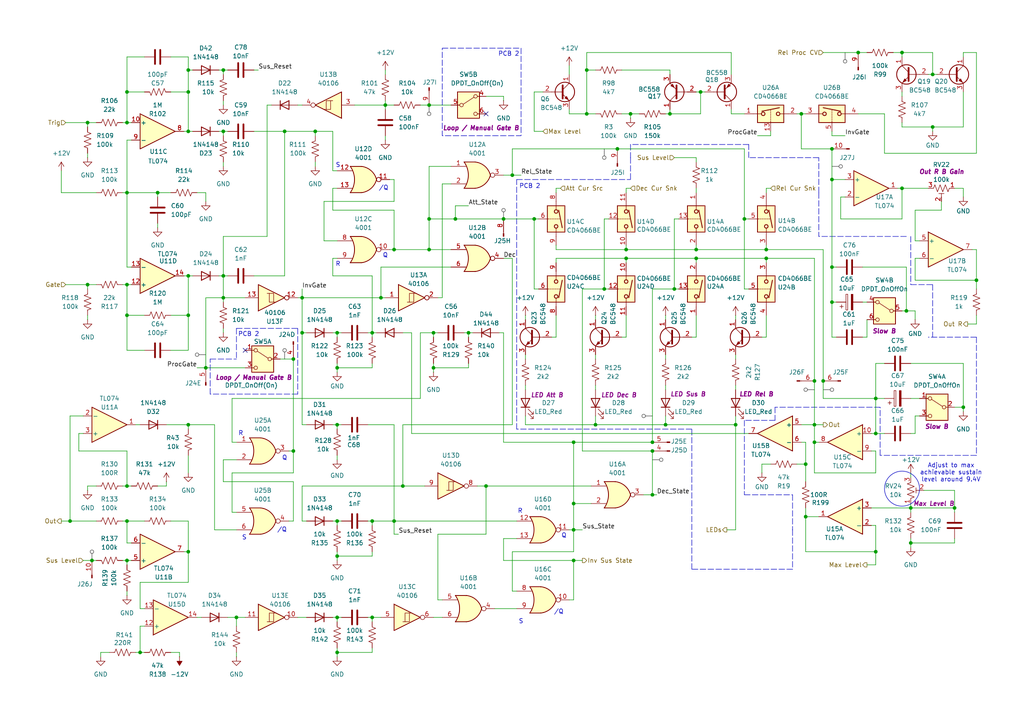
<source format=kicad_sch>
(kicad_sch (version 20250114) (generator "eeschema") (generator_version "9.0")
  (paper "A4")
  (title_block (company "DMH Instruments") (comment 1 "PCB for 15cm Kosmo format synthesizer module"))
  (rectangle (start 128.27 13.97) (end 151.13 39.37) (stroke (width 0) (type dash)))
  (circle (center 261.62 141.732) (radius 5.08))
  (text "PCB 2" (at 72.136 97.028 0) (effects (font (size 1.27 1.27))))
  (text "/Q" (at 162.052 177.546 0) (effects (font (size 1.27 1.27))))
  (text "R" (at 150.876 148.336 0) (effects (font (size 1.27 1.27))))
  (text "S" (at 70.866 156.0262 0) (effects (font (size 1.27 1.27))))
  (text "Q" (at 163.576 155.448 0) (effects (font (size 1.27 1.27))))
  (text "R" (at 69.85 125.8002 0) (effects (font (size 1.27 1.27))))
  (text "S" (at 151.13 180.34 0) (effects (font (size 1.27 1.27))))
  (text "Adjust to max\nachievable sustain\nlevel around 9.4V" (at 275.844 137.16 0) (effects (font (size 1.27 1.27))))
  (text "PCB 2" (at 147.574 15.748 0) (effects (font (size 1.27 1.27))))
  (text "S" (at 98.044 48.006 0) (effects (font (size 1.27 1.27))))
  (text "R" (at 98.044 76.708 0) (effects (font (size 1.27 1.27))))
  (text "PCB 2" (at 153.67 54.102 0) (effects (font (size 1.27 1.27))))
  (text "/Q" (at 111.252 54.61 0) (effects (font (size 1.27 1.27))))
  (text "Q" (at 111.76 74.168 0) (effects (font (size 1.27 1.27))))
  (text "Q" (at 82.55 132.9122 0) (effects (font (size 1.27 1.27))))
  (text "/Q" (at 81.788 153.7402 0) (effects (font (size 1.27 1.27))))
  (junction (at 125.73 96.52))
  (junction (at 241.3 77.47))
  (junction (at 36.83 162.56))
  (junction (at 36.83 35.56))
  (junction (at 111.76 30.48))
  (junction (at 40.64 189.23))
  (junction (at 222.25 72.39))
  (junction (at 193.04 123.19))
  (junction (at 97.79 96.52))
  (junction (at 124.46 63.5))
  (junction (at 241.3 52.07))
  (junction (at 264.16 147.32))
  (junction (at 97.79 151.13))
  (junction (at 254 125.73))
  (junction (at 166.37 153.67))
  (junction (at 125.73 106.68))
  (junction (at 97.79 123.19))
  (junction (at 36.83 55.88))
  (junction (at 146.05 63.5))
  (junction (at 64.77 86.36))
  (junction (at 54.61 38.1))
  (junction (at 114.3 151.13))
  (junction (at 181.61 74.93))
  (junction (at 201.93 72.39))
  (junction (at 203.2 26.67))
  (junction (at 170.18 20.32))
  (junction (at 261.62 54.61))
  (junction (at 222.25 74.93))
  (junction (at 54.61 20.32))
  (junction (at 236.22 123.19))
  (junction (at 241.3 43.18))
  (junction (at 97.79 179.07))
  (junction (at 20.32 151.13))
  (junction (at 233.68 149.86))
  (junction (at 59.69 106.68))
  (junction (at 201.93 74.93))
  (junction (at 172.72 123.19))
  (junction (at 45.72 55.88))
  (junction (at 189.23 130.81))
  (junction (at 124.46 72.39))
  (junction (at 283.21 81.28))
  (junction (at 36.83 82.55))
  (junction (at 279.4 118.11))
  (junction (at 236.22 110.49))
  (junction (at 233.68 134.62))
  (junction (at 135.89 96.52))
  (junction (at 54.61 91.44))
  (junction (at 194.31 33.02))
  (junction (at 54.61 26.67))
  (junction (at 87.63 86.36))
  (junction (at 264.16 157.48))
  (junction (at 248.92 15.24))
  (junction (at 170.18 33.02))
  (junction (at 64.77 38.1))
  (junction (at 64.77 20.32))
  (junction (at 91.44 38.1))
  (junction (at 254 115.57))
  (junction (at 241.3 87.63))
  (junction (at 166.37 128.27))
  (junction (at 82.55 38.1))
  (junction (at 189.23 143.51))
  (junction (at 114.3 72.39))
  (junction (at 54.61 80.01))
  (junction (at 261.62 15.24))
  (junction (at 262.89 90.17))
  (junction (at 110.49 86.36))
  (junction (at 68.58 179.07))
  (junction (at 107.95 151.13))
  (junction (at 270.51 36.83))
  (junction (at 154.94 63.5))
  (junction (at 87.63 96.52))
  (junction (at 238.76 110.49))
  (junction (at 36.83 140.97))
  (junction (at 64.77 80.01))
  (junction (at 36.83 26.67))
  (junction (at 85.09 130.81))
  (junction (at 213.36 123.19))
  (junction (at 181.61 72.39))
  (junction (at 189.23 128.27))
  (junction (at 85.09 104.14))
  (junction (at 270.51 21.59))
  (junction (at 54.61 160.02))
  (junction (at 166.37 146.05))
  (junction (at 132.08 63.5))
  (junction (at 116.84 140.97))
  (junction (at 36.83 91.44))
  (junction (at 179.07 43.18))
  (junction (at 54.61 123.19))
  (junction (at 195.58 83.82))
  (junction (at 26.67 162.56))
  (junction (at 107.95 96.52))
  (junction (at 232.41 33.02))
  (junction (at 148.59 50.8))
  (junction (at 124.46 30.48))
  (junction (at 175.26 83.82))
  (junction (at 97.79 161.29))
  (junction (at 36.83 151.13))
  (junction (at 236.22 128.27))
  (junction (at 166.37 162.56))
  (junction (at 254 160.02))
  (junction (at 107.95 179.07))
  (junction (at 182.88 33.02))
  (junction (at 140.97 140.97))
  (junction (at 25.4 82.55))
  (junction (at 97.79 189.23))
  (junction (at 97.79 106.68))
  (junction (at 25.4 35.56))
  (junction (at 276.86 147.32))
  (junction (at 215.9 63.5))
  (no_connect (at 140.97 33.02))
  (no_connect (at 71.12 101.6))
  (wire (pts (xy 107.95 80.01) (xy 107.95 96.52)))
  (wire (pts (xy 219.71 39.37) (xy 223.52 39.37)))
  (wire (pts (xy 40.64 189.23) (xy 41.91 189.23)))
  (wire (pts (xy 102.87 30.48) (xy 111.76 30.48)))
  (wire (pts (xy 270.51 36.83) (xy 270.51 38.1)))
  (wire (pts (xy 25.4 35.56) (xy 27.94 35.56)))
  (wire (pts (xy 36.83 82.55) (xy 38.1 82.55)))
  (wire (pts (xy 269.24 21.59) (xy 270.51 21.59)))
  (wire (pts (xy 140.97 140.97) (xy 140.97 154.94)))
  (wire (pts (xy 54.61 160.02) (xy 53.34 160.02)))
  (wire (pts (xy 170.18 33.02) (xy 172.72 33.02)))
  (wire (pts (xy 201.93 97.79) (xy 200.66 97.79)))
  (wire (pts (xy 241.3 87.63) (xy 242.57 87.63)))
  (polyline (pts (xy 217.17 41.91) (xy 182.88 41.91)) (stroke (width 0) (type dash)))
  (wire (pts (xy 97.79 74.93) (xy 96.52 74.93)))
  (wire (pts (xy 231.14 33.02) (xy 232.41 33.02)))
  (wire (pts (xy 64.77 133.35) (xy 68.58 133.35)))
  (wire (pts (xy 121.92 30.48) (xy 124.46 30.48)))
  (wire (pts (xy 212.09 21.59) (xy 212.09 15.24)))
  (wire (pts (xy 59.69 86.36) (xy 59.69 106.68)))
  (wire (pts (xy 97.79 161.29) (xy 97.79 162.56)))
  (wire (pts (xy 107.95 151.13) (xy 114.3 151.13)))
  (wire (pts (xy 146.05 156.21) (xy 146.05 162.56)))
  (wire (pts (xy 166.37 162.56) (xy 166.37 173.99)))
  (wire (pts (xy 273.05 60.96) (xy 265.43 60.96)))
  (wire (pts (xy 64.77 68.58) (xy 64.77 80.01)))
  (wire (pts (xy 172.72 123.19) (xy 193.04 123.19)))
  (wire (pts (xy 64.77 46.99) (xy 64.77 48.26)))
  (wire (pts (xy 25.4 140.97) (xy 27.94 140.97)))
  (wire (pts (xy 254 130.81) (xy 254 137.16)))
  (wire (pts (xy 265.43 60.96) (xy 265.43 69.85)))
  (wire (pts (xy 59.69 58.42) (xy 59.69 55.88)))
  (wire (pts (xy 64.77 20.32) (xy 64.77 21.59)))
  (wire (pts (xy 36.83 91.44) (xy 36.83 82.55)))
  (wire (pts (xy 181.61 54.61) (xy 181.61 55.88)))
  (wire (pts (xy 201.93 74.93) (xy 222.25 74.93)))
  (wire (pts (xy 261.62 35.56) (xy 261.62 36.83)))
  (wire (pts (xy 213.36 91.44) (xy 213.36 92.71)))
  (wire (pts (xy 97.79 106.68) (xy 97.79 107.95)))
  (wire (pts (xy 107.95 97.79) (xy 107.95 96.52)))
  (wire (pts (xy 166.37 160.02) (xy 166.37 153.67)))
  (wire (pts (xy 232.41 123.19) (xy 236.22 123.19)))
  (wire (pts (xy 135.89 105.41) (xy 135.89 106.68)))
  (wire (pts (xy 20.32 151.13) (xy 27.94 151.13)))
  (wire (pts (xy 87.63 140.97) (xy 87.63 151.13)))
  (wire (pts (xy 194.31 33.02) (xy 194.31 31.75)))
  (wire (pts (xy 172.72 91.44) (xy 172.72 92.71)))
  (wire (pts (xy 48.26 123.19) (xy 54.61 123.19)))
  (wire (pts (xy 201.93 71.12) (xy 201.93 72.39)))
  (wire (pts (xy 262.89 77.47) (xy 262.89 90.17)))
  (wire (pts (xy 213.36 111.76) (xy 213.36 113.03)))
  (wire (pts (xy 222.25 74.93) (xy 222.25 76.2)))
  (wire (pts (xy 96.52 80.01) (xy 107.95 80.01)))
  (wire (pts (xy 182.88 54.61) (xy 181.61 54.61)))
  (wire (pts (xy 222.25 72.39) (xy 238.76 72.39)))
  (wire (pts (xy 119.38 96.52) (xy 119.38 125.73)))
  (wire (pts (xy 31.75 189.23) (xy 29.21 189.23)))
  (wire (pts (xy 130.81 53.34) (xy 128.27 53.34)))
  (wire (pts (xy 54.61 132.08) (xy 54.61 137.16)))
  (wire (pts (xy 45.72 140.97) (xy 48.26 140.97)))
  (wire (pts (xy 238.76 72.39) (xy 238.76 110.49)))
  (polyline (pts (xy 237.49 45.72) (xy 217.17 45.72)) (stroke (width 0) (type dash)))
  (wire (pts (xy 283.21 15.24) (xy 283.21 44.45)))
  (wire (pts (xy 146.05 128.27) (xy 166.37 128.27)))
  (wire (pts (xy 166.37 162.56) (xy 168.91 162.56)))
  (wire (pts (xy 40.64 168.91) (xy 54.61 168.91)))
  (wire (pts (xy 254 125.73) (xy 252.73 125.73)))
  (wire (pts (xy 148.59 43.18) (xy 179.07 43.18)))
  (wire (pts (xy 148.59 160.02) (xy 148.59 171.45)))
  (wire (pts (xy 168.91 130.81) (xy 168.91 83.82)))
  (wire (pts (xy 67.31 137.16) (xy 67.31 148.59)))
  (wire (pts (xy 146.05 29.21) (xy 146.05 27.94)))
  (wire (pts (xy 124.46 72.39) (xy 130.81 72.39)))
  (wire (pts (xy 87.63 96.52) (xy 88.9 96.52)))
  (wire (pts (xy 238.76 15.24) (xy 248.92 15.24)))
  (wire (pts (xy 276.86 54.61) (xy 279.4 54.61)))
  (wire (pts (xy 175.26 83.82) (xy 175.26 63.5)))
  (wire (pts (xy 213.36 123.19) (xy 213.36 153.67)))
  (wire (pts (xy 254 105.41) (xy 254 115.57)))
  (wire (pts (xy 119.38 96.52) (xy 116.84 96.52)))
  (wire (pts (xy 36.83 40.64) (xy 38.1 40.64)))
  (polyline (pts (xy 68.58 95.25) (xy 68.58 104.14)) (stroke (width 0) (type dash)))
  (wire (pts (xy 38.1 157.48) (xy 36.83 157.48)))
  (wire (pts (xy 256.54 125.73) (xy 254 125.73)))
  (wire (pts (xy 54.61 16.51) (xy 54.61 20.32)))
  (wire (pts (xy 154.94 63.5) (xy 156.21 63.5)))
  (wire (pts (xy 172.72 102.87) (xy 172.72 104.14)))
  (wire (pts (xy 97.79 151.13) (xy 99.06 151.13)))
  (wire (pts (xy 181.61 71.12) (xy 181.61 72.39)))
  (wire (pts (xy 25.4 142.24) (xy 25.4 140.97)))
  (wire (pts (xy 236.22 128.27) (xy 236.22 137.16)))
  (polyline (pts (xy 237.49 55.88) (xy 237.49 68.58)) (stroke (width 0) (type dash)))
  (wire (pts (xy 91.44 38.1) (xy 96.52 38.1)))
  (wire (pts (xy 181.61 74.93) (xy 201.93 74.93)))
  (wire (pts (xy 81.28 104.14) (xy 85.09 104.14)))
  (wire (pts (xy 19.05 35.56) (xy 25.4 35.56)))
  (wire (pts (xy 125.73 179.07) (xy 128.27 179.07)))
  (wire (pts (xy 242.57 97.79) (xy 241.3 97.79)))
  (wire (pts (xy 86.36 30.48) (xy 87.63 30.48)))
  (wire (pts (xy 20.32 120.65) (xy 20.32 151.13)))
  (wire (pts (xy 266.7 74.93) (xy 265.43 74.93)))
  (wire (pts (xy 57.15 179.07) (xy 58.42 179.07)))
  (wire (pts (xy 54.61 151.13) (xy 54.61 160.02)))
  (wire (pts (xy 148.59 74.93) (xy 148.59 123.19)))
  (wire (pts (xy 165.1 33.02) (xy 170.18 33.02)))
  (polyline (pts (xy 262.89 68.58) (xy 237.49 68.58)) (stroke (width 0) (type dash)))
  (wire (pts (xy 54.61 91.44) (xy 54.61 101.6)))
  (wire (pts (xy 222.25 91.44) (xy 222.25 97.79)))
  (wire (pts (xy 116.84 140.97) (xy 123.19 140.97)))
  (wire (pts (xy 276.86 147.32) (xy 276.86 142.24)))
  (wire (pts (xy 35.56 35.56) (xy 36.83 35.56)))
  (wire (pts (xy 26.67 162.56) (xy 27.94 162.56)))
  (wire (pts (xy 146.05 27.94) (xy 140.97 27.94)))
  (wire (pts (xy 36.83 171.45) (xy 36.83 172.72)))
  (wire (pts (xy 97.79 132.08) (xy 97.79 133.35)))
  (wire (pts (xy 38.1 77.47) (xy 36.83 77.47)))
  (wire (pts (xy 231.14 134.62) (xy 233.68 134.62)))
  (wire (pts (xy 261.62 15.24) (xy 270.51 15.24)))
  (wire (pts (xy 97.79 151.13) (xy 97.79 152.4)))
  (wire (pts (xy 127 154.94) (xy 127 173.99)))
  (polyline (pts (xy 283.21 97.79) (xy 283.21 132.08)) (stroke (width 0) (type dash)))
  (wire (pts (xy 114.3 58.42) (xy 93.98 58.42)))
  (wire (pts (xy 215.9 43.18) (xy 215.9 63.5)))
  (wire (pts (xy 59.69 106.68) (xy 71.12 106.68)))
  (wire (pts (xy 279.4 15.24) (xy 279.4 16.51)))
  (wire (pts (xy 241.3 87.63) (xy 241.3 97.79)))
  (wire (pts (xy 261.62 63.5) (xy 261.62 54.61)))
  (wire (pts (xy 35.56 151.13) (xy 36.83 151.13)))
  (wire (pts (xy 106.68 179.07) (xy 107.95 179.07)))
  (wire (pts (xy 140.97 154.94) (xy 127 154.94)))
  (wire (pts (xy 36.83 91.44) (xy 36.83 101.6)))
  (wire (pts (xy 194.31 20.32) (xy 194.31 21.59)))
  (wire (pts (xy 64.77 80.01) (xy 64.77 86.36)))
  (wire (pts (xy 54.61 80.01) (xy 53.34 80.01)))
  (wire (pts (xy 254 130.81) (xy 252.73 130.81)))
  (wire (pts (xy 93.98 69.85) (xy 97.79 69.85)))
  (polyline (pts (xy 229.87 153.67) (xy 229.87 153.67)) (stroke (width 0) (type dash)))
  (wire (pts (xy 180.34 33.02) (xy 182.88 33.02)))
  (wire (pts (xy 189.23 83.82) (xy 195.58 83.82)))
  (wire (pts (xy 96.52 151.13) (xy 97.79 151.13)))
  (wire (pts (xy 238.76 115.57) (xy 254 115.57)))
  (wire (pts (xy 132.08 63.5) (xy 146.05 63.5)))
  (wire (pts (xy 165.1 31.75) (xy 165.1 33.02)))
  (wire (pts (xy 195.58 45.72) (xy 201.93 45.72)))
  (wire (pts (xy 215.9 63.5) (xy 217.17 63.5)))
  (wire (pts (xy 54.61 38.1) (xy 55.88 38.1)))
  (wire (pts (xy 125.73 106.68) (xy 135.89 106.68)))
  (wire (pts (xy 85.09 137.16) (xy 67.31 137.16)))
  (wire (pts (xy 64.77 86.36) (xy 59.69 86.36)))
  (wire (pts (xy 241.3 43.18) (xy 232.41 43.18)))
  (wire (pts (xy 203.2 26.67) (xy 204.47 26.67)))
  (wire (pts (xy 261.62 36.83) (xy 270.51 36.83)))
  (wire (pts (xy 19.05 82.55) (xy 25.4 82.55)))
  (wire (pts (xy 85.09 139.7) (xy 85.09 151.13)))
  (wire (pts (xy 165.1 19.05) (xy 165.1 21.59)))
  (wire (pts (xy 152.4 91.44) (xy 152.4 92.71)))
  (wire (pts (xy 194.31 33.02) (xy 203.2 33.02)))
  (wire (pts (xy 233.68 128.27) (xy 232.41 128.27)))
  (wire (pts (xy 107.95 189.23) (xy 97.79 189.23)))
  (wire (pts (xy 35.56 162.56) (xy 36.83 162.56)))
  (polyline (pts (xy 283.21 132.08) (xy 255.27 132.08)) (stroke (width 0) (type dash)))
  (wire (pts (xy 63.5 80.01) (xy 64.77 80.01)))
  (wire (pts (xy 148.59 123.19) (xy 116.84 123.19)))
  (wire (pts (xy 270.51 21.59) (xy 271.78 21.59)))
  (wire (pts (xy 179.07 43.18) (xy 215.9 43.18)))
  (wire (pts (xy 121.92 96.52) (xy 125.73 96.52)))
  (wire (pts (xy 96.52 60.96) (xy 114.3 60.96)))
  (polyline (pts (xy 86.36 95.25) (xy 86.36 114.3)) (stroke (width 0) (type dash)))
  (wire (pts (xy 54.61 91.44) (xy 54.61 80.01)))
  (wire (pts (xy 170.18 33.02) (xy 170.18 20.32)))
  (wire (pts (xy 154.94 38.1) (xy 154.94 26.67)))
  (wire (pts (xy 254 137.16) (xy 236.22 137.16)))
  (wire (pts (xy 35.56 82.55) (xy 36.83 82.55)))
  (wire (pts (xy 172.72 120.65) (xy 172.72 123.19)))
  (wire (pts (xy 166.37 153.67) (xy 168.91 153.67)))
  (wire (pts (xy 17.78 55.88) (xy 17.78 49.53)))
  (wire (pts (xy 279.4 26.67) (xy 279.4 36.83)))
  (wire (pts (xy 67.31 115.57) (xy 121.92 115.57)))
  (wire (pts (xy 134.62 96.52) (xy 135.89 96.52)))
  (wire (pts (xy 161.29 74.93) (xy 181.61 74.93)))
  (wire (pts (xy 111.76 30.48) (xy 111.76 31.75)))
  (polyline (pts (xy 60.96 114.3) (xy 60.96 104.14)) (stroke (width 0) (type dash)))
  (wire (pts (xy 135.89 59.69) (xy 132.08 59.69)))
  (wire (pts (xy 264.16 157.48) (xy 276.86 157.48)))
  (wire (pts (xy 45.72 64.77) (xy 45.72 66.04)))
  (wire (pts (xy 36.83 35.56) (xy 38.1 35.56)))
  (wire (pts (xy 29.21 189.23) (xy 29.21 190.5)))
  (wire (pts (xy 107.95 161.29) (xy 97.79 161.29)))
  (wire (pts (xy 201.93 54.61) (xy 201.93 55.88)))
  (wire (pts (xy 97.79 96.52) (xy 99.06 96.52)))
  (wire (pts (xy 245.11 39.37) (xy 241.3 39.37)))
  (wire (pts (xy 238.76 110.49) (xy 238.76 115.57)))
  (wire (pts (xy 49.53 16.51) (xy 54.61 16.51)))
  (wire (pts (xy 222.25 54.61) (xy 223.52 54.61)))
  (wire (pts (xy 248.92 15.24) (xy 251.46 15.24)))
  (wire (pts (xy 146.05 96.52) (xy 146.05 128.27)))
  (wire (pts (xy 181.61 91.44) (xy 181.61 97.79)))
  (wire (pts (xy 156.21 83.82) (xy 154.94 83.82)))
  (polyline (pts (xy 200.66 124.46) (xy 149.86 124.46)) (stroke (width 0) (type dash)))
  (wire (pts (xy 254 115.57) (xy 256.54 115.57)))
  (wire (pts (xy 152.4 111.76) (xy 152.4 113.03)))
  (polyline (pts (xy 215.9 143.51) (xy 229.87 143.51)) (stroke (width 0) (type dash)))
  (wire (pts (xy 254 152.4) (xy 254 160.02)))
  (wire (pts (xy 36.83 162.56) (xy 36.83 163.83)))
  (wire (pts (xy 73.66 20.32) (xy 74.93 20.32)))
  (wire (pts (xy 49.53 91.44) (xy 54.61 91.44)))
  (wire (pts (xy 165.1 173.99) (xy 166.37 173.99)))
  (wire (pts (xy 45.72 55.88) (xy 45.72 57.15)))
  (wire (pts (xy 115.57 154.94) (xy 114.3 154.94)))
  (wire (pts (xy 130.81 48.26) (xy 124.46 48.26)))
  (wire (pts (xy 64.77 86.36) (xy 64.77 87.63)))
  (wire (pts (xy 87.63 96.52) (xy 87.63 123.19)))
  (wire (pts (xy 217.17 125.73) (xy 119.38 125.73)))
  (wire (pts (xy 64.77 133.35) (xy 64.77 139.7)))
  (wire (pts (xy 52.07 189.23) (xy 52.07 190.5)))
  (wire (pts (xy 201.93 26.67) (xy 203.2 26.67)))
  (wire (pts (xy 107.95 96.52) (xy 106.68 96.52)))
  (wire (pts (xy 35.56 140.97) (xy 36.83 140.97)))
  (wire (pts (xy 113.03 52.07) (xy 114.3 52.07)))
  (wire (pts (xy 97.79 189.23) (xy 97.79 190.5)))
  (wire (pts (xy 36.83 130.81) (xy 36.83 140.97)))
  (wire (pts (xy 193.04 33.02) (xy 194.31 33.02)))
  (wire (pts (xy 233.68 134.62) (xy 233.68 139.7)))
  (wire (pts (xy 107.95 105.41) (xy 107.95 106.68)))
  (wire (pts (xy 175.26 83.82) (xy 176.53 83.82)))
  (wire (pts (xy 193.04 111.76) (xy 193.04 113.03)))
  (wire (pts (xy 262.89 90.17) (xy 265.43 90.17)))
  (wire (pts (xy 151.13 50.8) (xy 148.59 50.8)))
  (wire (pts (xy 261.62 54.61) (xy 269.24 54.61)))
  (wire (pts (xy 264.16 147.32) (xy 264.16 148.59)))
  (wire (pts (xy 124.46 63.5) (xy 132.08 63.5)))
  (polyline (pts (xy 264.16 68.58) (xy 264.16 82.55)) (stroke (width 0) (type dash)))
  (wire (pts (xy 41.91 101.6) (xy 36.83 101.6)))
  (wire (pts (xy 85.09 130.81) (xy 85.09 137.16)))
  (wire (pts (xy 264.16 156.21) (xy 264.16 157.48)))
  (wire (pts (xy 276.86 156.21) (xy 276.86 157.48)))
  (wire (pts (xy 254 160.02) (xy 233.68 160.02)))
  (wire (pts (xy 222.25 74.93) (xy 236.22 74.93)))
  (wire (pts (xy 49.53 26.67) (xy 54.61 26.67)))
  (wire (pts (xy 143.51 176.53) (xy 149.86 176.53)))
  (wire (pts (xy 236.22 74.93) (xy 236.22 110.49)))
  (wire (pts (xy 261.62 90.17) (xy 262.89 90.17)))
  (polyline (pts (xy 224.79 118.11) (xy 224.79 121.92)) (stroke (width 0) (type dash)))
  (wire (pts (xy 161.29 72.39) (xy 181.61 72.39)))
  (wire (pts (xy 86.36 179.07) (xy 88.9 179.07)))
  (wire (pts (xy 97.79 54.61) (xy 96.52 54.61)))
  (wire (pts (xy 281.94 72.39) (xy 283.21 72.39)))
  (wire (pts (xy 36.83 26.67) (xy 41.91 26.67)))
  (wire (pts (xy 146.05 162.56) (xy 166.37 162.56)))
  (wire (pts (xy 49.53 101.6) (xy 54.61 101.6)))
  (wire (pts (xy 157.48 38.1) (xy 154.94 38.1)))
  (wire (pts (xy 97.79 179.07) (xy 97.79 180.34)))
  (wire (pts (xy 193.04 102.87) (xy 193.04 104.14)))
  (wire (pts (xy 64.77 29.21) (xy 64.77 30.48)))
  (wire (pts (xy 195.58 83.82) (xy 195.58 63.5)))
  (polyline (pts (xy 255.27 118.11) (xy 224.79 118.11)) (stroke (width 0) (type dash)))
  (wire (pts (xy 125.73 106.68) (xy 125.73 107.95)))
  (wire (pts (xy 222.25 97.79) (xy 220.98 97.79)))
  (wire (pts (xy 265.43 69.85) (xy 266.7 69.85)))
  (wire (pts (xy 189.23 143.51) (xy 189.23 130.81)))
  (wire (pts (xy 107.95 96.52) (xy 109.22 96.52)))
  (wire (pts (xy 110.49 77.47) (xy 130.81 77.47)))
  (wire (pts (xy 213.36 120.65) (xy 213.36 123.19)))
  (wire (pts (xy 241.3 52.07) (xy 245.11 52.07)))
  (wire (pts (xy 223.52 39.37) (xy 223.52 38.1)))
  (wire (pts (xy 161.29 97.79) (xy 160.02 97.79)))
  (wire (pts (xy 96.52 179.07) (xy 97.79 179.07)))
  (wire (pts (xy 114.3 60.96) (xy 114.3 72.39)))
  (wire (pts (xy 87.63 83.82) (xy 87.63 86.36)))
  (wire (pts (xy 283.21 81.28) (xy 283.21 83.82)))
  (wire (pts (xy 132.08 59.69) (xy 132.08 63.5)))
  (wire (pts (xy 146.05 50.8) (xy 148.59 50.8)))
  (wire (pts (xy 135.89 96.52) (xy 135.89 97.79)))
  (wire (pts (xy 114.3 52.07) (xy 114.3 58.42)))
  (wire (pts (xy 107.95 179.07) (xy 110.49 179.07)))
  (wire (pts (xy 20.32 120.65) (xy 24.13 120.65)))
  (wire (pts (xy 283.21 44.45) (xy 256.54 44.45)))
  (wire (pts (xy 36.83 162.56) (xy 38.1 162.56)))
  (wire (pts (xy 121.92 115.57) (xy 121.92 96.52)))
  (wire (pts (xy 54.61 80.01) (xy 55.88 80.01)))
  (wire (pts (xy 166.37 146.05) (xy 166.37 153.67)))
  (wire (pts (xy 161.29 72.39) (xy 161.29 71.12)))
  (wire (pts (xy 68.58 128.27) (xy 67.31 128.27)))
  (wire (pts (xy 201.93 45.72) (xy 201.93 46.99)))
  (wire (pts (xy 97.79 123.19) (xy 97.79 124.46)))
  (wire (pts (xy 254 160.02) (xy 254 163.83)))
  (wire (pts (xy 91.44 46.99) (xy 91.44 48.26)))
  (wire (pts (xy 241.3 77.47) (xy 241.3 87.63)))
  (wire (pts (xy 154.94 63.5) (xy 154.94 83.82)))
  (wire (pts (xy 82.55 38.1) (xy 82.55 80.01)))
  (wire (pts (xy 149.86 156.21) (xy 146.05 156.21)))
  (wire (pts (xy 220.98 134.62) (xy 220.98 137.16)))
  (wire (pts (xy 22.86 130.81) (xy 36.83 130.81)))
  (wire (pts (xy 189.23 128.27) (xy 189.23 83.82)))
  (wire (pts (xy 215.9 63.5) (xy 215.9 83.82)))
  (wire (pts (xy 107.95 187.96) (xy 107.95 189.23)))
  (wire (pts (xy 259.08 15.24) (xy 261.62 15.24)))
  (wire (pts (xy 24.13 162.56) (xy 26.67 162.56)))
  (polyline (pts (xy 149.86 52.07) (xy 182.88 52.07)) (stroke (width 0) (type dash)))
  (polyline (pts (xy 149.86 124.46) (xy 149.86 52.07)) (stroke (width 0) (type dash)))
  (wire (pts (xy 223.52 134.62) (xy 220.98 134.62)))
  (wire (pts (xy 63.5 20.32) (xy 64.77 20.32)))
  (wire (pts (xy 57.15 106.68) (xy 59.69 106.68)))
  (wire (pts (xy 265.43 120.65) (xy 265.43 125.73)))
  (polyline (pts (xy 200.66 165.1) (xy 200.66 124.46)) (stroke (width 0) (type dash)))
  (wire (pts (xy 64.77 20.32) (xy 66.04 20.32)))
  (wire (pts (xy 161.29 54.61) (xy 162.56 54.61)))
  (wire (pts (xy 254 125.73) (xy 254 115.57)))
  (wire (pts (xy 279.4 36.83) (xy 270.51 36.83)))
  (wire (pts (xy 264.16 105.41) (xy 279.4 105.41)))
  (wire (pts (xy 276.86 147.32) (xy 276.86 148.59)))
  (wire (pts (xy 114.3 151.13) (xy 149.86 151.13)))
  (wire (pts (xy 111.76 30.48) (xy 114.3 30.48)))
  (wire (pts (xy 111.76 39.37) (xy 111.76 40.64)))
  (wire (pts (xy 45.72 55.88) (xy 49.53 55.88)))
  (wire (pts (xy 63.5 38.1) (xy 64.77 38.1)))
  (wire (pts (xy 243.84 63.5) (xy 261.62 63.5)))
  (wire (pts (xy 36.83 26.67) (xy 36.83 35.56)))
  (wire (pts (xy 261.62 54.61) (xy 260.35 54.61)))
  (polyline (pts (xy 68.58 95.25) (xy 86.36 95.25)) (stroke (width 0) (type dash)))
  (wire (pts (xy 233.68 147.32) (xy 233.68 149.86)))
  (wire (pts (xy 264.16 157.48) (xy 264.16 158.75)))
  (wire (pts (xy 17.78 151.13) (xy 20.32 151.13)))
  (wire (pts (xy 82.55 38.1) (xy 91.44 38.1)))
  (wire (pts (xy 24.13 125.73) (xy 22.86 125.73)))
  (wire (pts (xy 252.73 147.32) (xy 264.16 147.32)))
  (wire (pts (xy 170.18 15.24) (xy 170.18 20.32)))
  (wire (pts (xy 62.23 153.67) (xy 68.58 153.67)))
  (wire (pts (xy 144.78 96.52) (xy 146.05 96.52)))
  (wire (pts (xy 49.53 189.23) (xy 52.07 189.23)))
  (wire (pts (xy 233.68 149.86) (xy 233.68 160.02)))
  (polyline (pts (xy 60.96 104.14) (xy 68.58 104.14)) (stroke (width 0) (type dash)))
  (wire (pts (xy 279.4 118.11) (xy 279.4 119.38)))
  (wire (pts (xy 165.1 153.67) (xy 166.37 153.67)))
  (wire (pts (xy 279.4 105.41) (xy 279.4 118.11)))
  (wire (pts (xy 241.3 39.37) (xy 241.3 38.1)))
  (wire (pts (xy 111.76 20.32) (xy 111.76 21.59)))
  (wire (pts (xy 189.23 130.81) (xy 168.91 130.81)))
  (wire (pts (xy 273.05 58.42) (xy 273.05 60.96)))
  (wire (pts (xy 146.05 74.93) (xy 148.59 74.93)))
  (wire (pts (xy 125.73 96.52) (xy 125.73 97.79)))
  (wire (pts (xy 67.31 148.59) (xy 68.58 148.59)))
  (wire (pts (xy 113.03 72.39) (xy 114.3 72.39)))
  (wire (pts (xy 181.61 72.39) (xy 201.93 72.39)))
  (wire (pts (xy 124.46 48.26) (xy 124.46 63.5)))
  (wire (pts (xy 114.3 123.19) (xy 114.3 151.13)))
  (wire (pts (xy 128.27 86.36) (xy 127 86.36)))
  (wire (pts (xy 54.61 168.91) (xy 54.61 160.02)))
  (wire (pts (xy 154.94 26.67) (xy 157.48 26.67)))
  (polyline (pts (xy 224.79 121.92) (xy 215.9 121.92)) (stroke (width 0) (type dash)))
  (wire (pts (xy 251.46 97.79) (xy 250.19 97.79)))
  (wire (pts (xy 166.37 160.02) (xy 148.59 160.02)))
  (wire (pts (xy 116.84 123.19) (xy 116.84 140.97)))
  (wire (pts (xy 96.52 74.93) (xy 96.52 80.01)))
  (wire (pts (xy 111.76 29.21) (xy 111.76 30.48)))
  (wire (pts (xy 64.77 38.1) (xy 66.04 38.1)))
  (wire (pts (xy 217.17 83.82) (xy 215.9 83.82)))
  (wire (pts (xy 110.49 86.36) (xy 111.76 86.36)))
  (wire (pts (xy 186.69 143.51) (xy 189.23 143.51)))
  (wire (pts (xy 67.31 128.27) (xy 67.31 115.57)))
  (wire (pts (xy 152.4 123.19) (xy 152.4 120.65)))
  (wire (pts (xy 166.37 128.27) (xy 189.23 128.27)))
  (wire (pts (xy 195.58 63.5) (xy 196.85 63.5)))
  (wire (pts (xy 85.09 104.14) (xy 85.09 130.81)))
  (wire (pts (xy 83.82 130.81) (xy 85.09 130.81)))
  (wire (pts (xy 86.36 86.36) (xy 87.63 86.36)))
  (wire (pts (xy 276.86 147.32) (xy 264.16 147.32)))
  (wire (pts (xy 222.25 72.39) (xy 222.25 71.12)))
  (wire (pts (xy 64.77 95.25) (xy 64.77 96.52)))
  (wire (pts (xy 212.09 31.75) (xy 212.09 33.02)))
  (wire (pts (xy 189.23 143.51) (xy 190.5 143.51)))
  (wire (pts (xy 96.52 96.52) (xy 97.79 96.52)))
  (wire (pts (xy 182.88 33.02) (xy 182.88 34.29)))
  (wire (pts (xy 237.49 128.27) (xy 236.22 128.27)))
  (wire (pts (xy 25.4 82.55) (xy 25.4 83.82)))
  (wire (pts (xy 49.53 151.13) (xy 54.61 151.13)))
  (polyline (pts (xy 264.16 82.55) (xy 270.51 82.55)) (stroke (width 0) (type dash)))
  (wire (pts (xy 54.61 38.1) (xy 53.34 38.1)))
  (wire (pts (xy 222.25 55.88) (xy 222.25 54.61)))
  (wire (pts (xy 41.91 181.61) (xy 40.64 181.61)))
  (wire (pts (xy 54.61 20.32) (xy 55.88 20.32)))
  (wire (pts (xy 148.59 43.18) (xy 148.59 50.8)))
  (wire (pts (xy 233.68 149.86) (xy 237.49 149.86)))
  (wire (pts (xy 107.95 179.07) (xy 107.95 180.34)))
  (wire (pts (xy 96.52 49.53) (xy 96.52 38.1)))
  (wire (pts (xy 62.23 123.19) (xy 62.23 153.67)))
  (polyline (pts (xy 255.27 132.08) (xy 255.27 118.11)) (stroke (width 0) (type dash)))
  (wire (pts (xy 22.86 125.73) (xy 22.86 130.81)))
  (polyline (pts (xy 229.87 143.51) (xy 229.87 153.67)) (stroke (width 0) (type dash)))
  (wire (pts (xy 161.29 91.44) (xy 161.29 97.79)))
  (wire (pts (xy 85.09 151.13) (xy 83.82 151.13)))
  (wire (pts (xy 193.04 120.65) (xy 193.04 123.19)))
  (wire (pts (xy 107.95 160.02) (xy 107.95 161.29)))
  (wire (pts (xy 175.26 63.5) (xy 176.53 63.5)))
  (wire (pts (xy 36.83 151.13) (xy 41.91 151.13)))
  (wire (pts (xy 68.58 179.07) (xy 71.12 179.07)))
  (wire (pts (xy 283.21 93.98) (xy 283.21 91.44)))
  (wire (pts (xy 172.72 111.76) (xy 172.72 113.03)))
  (wire (pts (xy 25.4 91.44) (xy 25.4 92.71)))
  (wire (pts (xy 36.83 55.88) (xy 36.83 40.64)))
  (wire (pts (xy 252.73 152.4) (xy 254 152.4)))
  (wire (pts (xy 245.11 57.15) (xy 243.84 57.15)))
  (wire (pts (xy 54.61 20.32) (xy 54.61 26.67)))
  (wire (pts (xy 73.66 38.1) (xy 82.55 38.1)))
  (wire (pts (xy 41.91 16.51) (xy 36.83 16.51)))
  (wire (pts (xy 265.43 90.17) (xy 265.43 92.71)))
  (wire (pts (xy 210.82 153.67) (xy 213.36 153.67)))
  (wire (pts (xy 232.41 43.18) (xy 232.41 33.02)))
  (wire (pts (xy 181.61 74.93) (xy 181.61 76.2)))
  (wire (pts (xy 243.84 57.15) (xy 243.84 63.5)))
  (wire (pts (xy 25.4 35.56) (xy 25.4 36.83)))
  (wire (pts (xy 107.95 151.13) (xy 107.95 152.4)))
  (wire (pts (xy 152.4 102.87) (xy 152.4 104.14)))
  (wire (pts (xy 261.62 26.67) (xy 261.62 27.94)))
  (wire (pts (xy 124.46 30.48) (xy 130.81 30.48)))
  (wire (pts (xy 93.98 58.42) (xy 93.98 69.85)))
  (polyline (pts (xy 237.49 55.88) (xy 237.49 45.72)) (stroke (width 0) (type dash)))
  (wire (pts (xy 152.4 123.19) (xy 172.72 123.19)))
  (wire (pts (xy 236.22 128.27) (xy 236.22 123.19)))
  (wire (pts (xy 36.83 140.97) (xy 38.1 140.97)))
  (wire (pts (xy 195.58 83.82) (xy 196.85 83.82)))
  (wire (pts (xy 40.64 181.61) (xy 40.64 189.23)))
  (wire (pts (xy 140.97 140.97) (xy 171.45 140.97)))
  (wire (pts (xy 106.68 151.13) (xy 107.95 151.13)))
  (wire (pts (xy 36.83 55.88) (xy 45.72 55.88)))
  (wire (pts (xy 66.04 179.07) (xy 68.58 179.07)))
  (wire (pts (xy 97.79 160.02) (xy 97.79 161.29)))
  (wire (pts (xy 232.41 33.02) (xy 233.68 33.02)))
  (wire (pts (xy 256.54 44.45) (xy 256.54 33.02)))
  (wire (pts (xy 241.3 77.47) (xy 242.57 77.47)))
  (wire (pts (xy 59.69 55.88) (xy 57.15 55.88)))
  (wire (pts (xy 77.47 30.48) (xy 77.47 68.58)))
  (wire (pts (xy 161.29 76.2) (xy 161.29 74.93)))
  (wire (pts (xy 110.49 86.36) (xy 87.63 86.36)))
  (wire (pts (xy 110.49 77.47) (xy 110.49 86.36)))
  (wire (pts (xy 270.51 15.24) (xy 270.51 21.59)))
  (wire (pts (xy 238.76 123.19) (xy 236.22 123.19)))
  (wire (pts (xy 97.79 105.41) (xy 97.79 106.68)))
  (polyline (pts (xy 182.88 41.91) (xy 182.88 45.72)) (stroke (width 0) (type dash)))
  (polyline (pts (xy 270.51 82.55) (xy 270.51 97.79)) (stroke (width 0) (type dash)))
  (wire (pts (xy 54.61 123.19) (xy 54.61 124.46)))
  (wire (pts (xy 135.89 96.52) (xy 137.16 96.52)))
  (wire (pts (xy 251.46 92.71) (xy 251.46 97.79)))
  (wire (pts (xy 267.97 142.24) (xy 276.86 142.24)))
  (wire (pts (xy 64.77 80.01) (xy 66.04 80.01)))
  (wire (pts (xy 64.77 68.58) (xy 77.47 68.58)))
  (wire (pts (xy 180.34 20.32) (xy 194.31 20.32)))
  (wire (pts (xy 106.68 123.19) (xy 114.3 123.19)))
  (wire (pts (xy 201.93 72.39) (xy 222.25 72.39)))
  (wire (pts (xy 256.54 105.41) (xy 254 105.41)))
  (wire (pts (xy 39.37 123.19) (xy 40.64 123.19)))
  (wire (pts (xy 54.61 26.67) (xy 54.61 38.1)))
  (wire (pts (xy 166.37 146.05) (xy 171.45 146.05)))
  (wire (pts (xy 97.79 187.96) (xy 97.79 189.23)))
  (wire (pts (xy 279.4 15.24) (xy 283.21 15.24)))
  (wire (pts (xy 201.93 74.93) (xy 201.93 76.2)))
  (wire (pts (xy 96.52 123.19) (xy 97.79 123.19)))
  (wire (pts (xy 279.4 118.11) (xy 276.86 118.11)))
  (wire (pts (xy 182.88 33.02) (xy 185.42 33.02)))
  (wire (pts (xy 125.73 105.41) (xy 125.73 106.68)))
  (wire (pts (xy 146.05 63.5) (xy 154.94 63.5)))
  (wire (pts (xy 250.19 87.63) (xy 251.46 87.63)))
  (wire (pts (xy 97.79 179.07) (xy 99.06 179.07)))
  (wire (pts (xy 283.21 72.39) (xy 283.21 81.28)))
  (wire (pts (xy 40.64 189.23) (xy 39.37 189.23)))
  (wire (pts (xy 128.27 53.34) (xy 128.27 86.36)))
  (polyline (pts (xy 182.88 45.72) (xy 182.88 52.07)) (stroke (width 0) (type dash)))
  (wire (pts (xy 25.4 44.45) (xy 25.4 45.72)))
  (wire (pts (xy 193.04 91.44) (xy 193.04 92.71)))
  (wire (pts (xy 250.19 77.47) (xy 262.89 77.47)))
  (wire (pts (xy 73.66 80.01) (xy 82.55 80.01)))
  (wire (pts (xy 213.36 102.87) (xy 213.36 104.14)))
  (polyline (pts (xy 86.36 114.3) (xy 60.96 114.3)) (stroke (width 0) (type dash)))
  (wire (pts (xy 124.46 63.5) (xy 124.46 72.39)))
  (wire (pts (xy 166.37 128.27) (xy 166.37 146.05)))
  (wire (pts (xy 97.79 106.68) (xy 107.95 106.68)))
  (wire (pts (xy 264.16 125.73) (xy 265.43 125.73)))
  (wire (pts (xy 25.4 82.55) (xy 27.94 82.55)))
  (wire (pts (xy 181.61 97.79) (xy 180.34 97.79)))
  (wire (pts (xy 279.4 54.61) (xy 279.4 57.15)))
  (polyline (pts (xy 229.87 153.67) (xy 229.87 165.1)) (stroke (width 0) (type dash)))
  (wire (pts (xy 97.79 49.53) (xy 96.52 49.53)))
  (wire (pts (xy 170.18 20.32) (xy 172.72 20.32)))
  (wire (pts (xy 97.79 123.19) (xy 99.06 123.19)))
  (wire (pts (xy 40.64 168.91) (xy 40.64 176.53)))
  (wire (pts (xy 114.3 72.39) (xy 124.46 72.39)))
  (wire (pts (xy 261.62 15.24) (xy 261.62 16.51)))
  (polyline (pts (xy 215.9 121.92) (xy 215.9 143.51)) (stroke (width 0) (type dash)))
  (wire (pts (xy 236.22 110.49) (xy 236.22 123.19)))
  (wire (pts (xy 64.77 38.1) (xy 64.77 39.37)))
  (wire (pts (xy 68.58 189.23) (xy 68.58 190.5)))
  (wire (pts (xy 91.44 39.37) (xy 91.44 38.1)))
  (wire (pts (xy 36.83 157.48) (xy 36.83 151.13)))
  (wire (pts (xy 36.83 16.51) (xy 36.83 26.67)))
  (wire (pts (xy 127 173.99) (xy 128.27 173.99)))
  (wire (pts (xy 64.77 139.7) (xy 85.09 139.7)))
  (wire (pts (xy 193.04 123.19) (xy 213.36 123.19)))
  (wire (pts (xy 256.54 33.02) (xy 248.92 33.02)))
  (wire (pts (xy 201.93 91.44) (xy 201.93 97.79)))
  (wire (pts (xy 64.77 86.36) (xy 71.12 86.36)))
  (wire (pts (xy 170.18 15.24) (xy 212.09 15.24)))
  (wire (pts (xy 41.91 91.44) (xy 36.83 91.44)))
  (wire (pts (xy 241.3 52.07) (xy 241.3 77.47)))
  (wire (pts (xy 54.61 123.19) (xy 62.23 123.19)))
  (wire (pts (xy 148.59 171.45) (xy 149.86 171.45)))
  (wire (pts (xy 87.63 151.13) (xy 88.9 151.13)))
  (wire (pts (xy 265.43 74.93) (xy 265.43 81.28)))
  (wire (pts (xy 114.3 151.13) (xy 114.3 154.94)))
  (wire (pts (xy 251.46 163.83) (xy 254 163.83)))
  (wire (pts (xy 215.9 33.02) (xy 212.09 33.02)))
  (wire (pts (xy 87.63 140.97) (xy 116.84 140.97)))
  (wire (pts (xy 203.2 26.67) (xy 203.2 33.02)))
  (polyline (pts (xy 229.87 165.1) (xy 200.66 165.1)) (stroke (width 0) (type dash)))
  (wire (pts (xy 96.52 54.61) (xy 96.52 60.96)))
  (polyline (pts (xy 217.17 45.72) (xy 217.17 41.91)) (stroke (width 0) (type dash)))
  (wire (pts (xy 97.79 96.52) (xy 97.79 97.79)))
  (wire (pts (xy 264.16 146.05) (xy 264.16 147.32)))
  (wire (pts (xy 265.43 81.28) (xy 283.21 81.28)))
  (wire (pts (xy 78.74 30.48) (xy 77.47 30.48)))
  (wire (pts (xy 88.9 123.19) (xy 87.63 123.19)))
  (wire (pts (xy 283.21 93.98) (xy 280.67 93.98)))
  (wire (pts (xy 40.64 176.53) (xy 41.91 176.53)))
  (wire (pts (xy 138.43 140.97) (xy 140.97 140.97)))
  (wire (pts (xy 161.29 54.61) (xy 161.29 55.88)))
  (polyline (pts (xy 283.21 97.79) (xy 269.24 97.79)) (stroke (width 0) (type dash)))
  (wire (pts (xy 87.63 86.36) (xy 87.63 96.52)))
  (wire (pts (xy 266.7 120.65) (xy 265.43 120.65)))
  (wire (pts (xy 27.94 55.88) (xy 17.78 55.88)))
  (wire (pts (xy 125.73 96.52) (xy 127 96.52)))
  (wire (pts (xy 241.3 43.18) (xy 241.3 52.07)))
  (wire (pts (xy 68.58 179.07) (xy 68.58 181.61)))
  (wire (pts (xy 48.26 140.97) (xy 48.26 139.7)))
  (wire (pts (xy 36.83 77.47) (xy 36.83 55.88)))
  (wire (pts (xy 233.68 128.27) (xy 233.68 134.62)))
  (wire (pts (xy 168.91 83.82) (xy 175.26 83.82)))
  (wire (pts (xy 264.16 115.57) (xy 266.7 115.57)))
  (wire (pts (xy 264.16 137.16) (xy 264.16 138.43)))
  (wire (pts (xy 35.56 55.88) (xy 36.83 55.88)))
  (label "InvGate" (at 87.63 83.82 0))
  (label "Rel_State" (at 151.13 50.8 0))
  (label "Dec_State" (at 190.5 143.51 0))
  (label "Dec" (at 146.05 74.93 0))
  (label "Sus_Reset" (at 74.93 20.32 0))
  (label "ProcGate" (at 219.71 39.37 180))
  (label "ProcGate" (at 57.15 106.68 180))
  (label "InvGate" (at 245.11 39.37 0))
  (label "Sus_Reset" (at 115.57 154.94 0))
  (label "Sus_State" (at 168.91 153.67 0))
  (label "Att_State" (at 135.89 59.69 0))
  (hierarchical_label "Out" (shape output) (at 17.78 151.13 180))
  (hierarchical_label "Sus Level" (shape input) (at 195.58 45.72 180))
  (hierarchical_label "Trig" (shape input) (at 19.05 35.56 180))
  (hierarchical_label "LEDs" (shape output) (at 210.82 153.67 180))
  (hierarchical_label "Sus Level" (shape input) (at 24.13 162.56 180))
  (hierarchical_label "Inv Sus State" (shape output) (at 168.91 162.56 0))
  (hierarchical_label "Max Level" (shape output) (at 251.46 163.83 180))
  (hierarchical_label "Dec Cur Snk" (shape input) (at 182.88 54.61 0))
  (hierarchical_label "Rel Proc CV" (shape input) (at 238.76 15.24 180))
  (hierarchical_label "Rel Cur Snk" (shape input) (at 223.52 54.61 0))
  (hierarchical_label "Out" (shape output) (at 238.76 123.19 0))
  (hierarchical_label "Out R" (shape output) (at 280.67 93.98 180))
  (hierarchical_label "Gate" (shape input) (at 19.05 82.55 180))
  (hierarchical_label "Att Cur Src" (shape input) (at 162.56 54.61 0))
  (hierarchical_label "Max Level" (shape input) (at 157.48 38.1 0))
  (netclass_flag "" (length 2.54) (shape round) (at 245.11 15.24 180) (property "Netclass" "CrossPCB" (effects (hide yes))))
  (netclass_flag "" (length 2.54) (shape round) (at 175.26 43.18 180) (property "Netclass" "CrossPCB" (effects (hide yes))))
  (netclass_flag "" (length 2.54) (shape round) (at 238.76 113.03 270) (property "Netclass" "CrossPCB" (effects (hide yes))))
  (netclass_flag "" (length 2.54) (shape round) (at 189.23 120.65 90) (property "Netclass" "CrossPCB" (effects (hide yes))))
  (netclass_flag "" (length 2.54) (shape round) (at 189.23 133.35 270) (property "Netclass" "CrossPCB" (effects (hide yes))))
  (netclass_flag "" (length 2.54) (shape round) (at 82.55 104.14 0) (property "Netclass" "CrossPCB" (effects (hide yes))))
  (netclass_flag "" (length 2.54) (shape round) (at 241.3 48.26 270) (property "Netclass" "CrossPCB" (effects (hide yes))))
  (netclass_flag "" (length 2.54) (shape round) (at 59.69 102.87 90) (property "Netclass" "CrossPCB" (effects (hide yes))))
  (netclass_flag "" (length 2.54) (shape round) (at 26.67 162.56 0) (property "Netclass" "CrossPCB" (effects (hide yes))))
  (netclass_flag "" (length 2.54) (shape round) (at 236.22 113.03 90) (property "Netclass" "CrossPCB" (effects (hide yes))))
  (netclass_flag "" (length 2.54) (shape round) (at 124.46 30.48 180) (property "Netclass" "CrossPCB" (effects (hide yes))))
  (netclass_flag "" (length 2.54) (shape round) (at 146.05 63.5 0) (property "Netclass" "CrossPCB" (effects (hide yes))))
  (symbol (lib_id "Analog_Switch:CD4066BE") (at 161.29 83.82 270) (mirror x) (unit 3) (on_board no)
    (property "Reference" "U24" (at 164.338 83.058 90) (effects (justify left)))
    (property "Value" "CD4066BE" (at 164.338 80.518 90) (effects (justify left)))
    (property "Footprint" "Package_DIP:DIP-14_W7.62mm" (effects (hide yes)))
    (property "Datasheet" "https://www.ti.com/lit/ds/symlink/cd4066b.pdf" (effects (hide yes)))
    (property "Description" "Quad 20V analog SPST 1:1 switch, DIP-14" (effects (hide yes)))
  )
  (symbol (lib_id "power:GND") (at 64.77 48.26 0) (unit 1)
    (property "Reference" "#PWR0105" (effects (hide yes)))
    (property "Value" "GND" (at 64.77 53.34 0))
    (property "Description" "Power symbol creates a global label with name \"GND\" , ground" (effects (hide yes)))
  )
  (symbol (lib_id "Device:R_US") (at 213.36 107.95 0) (mirror y) (unit 1) (on_board no)
    (property "Reference" "R127" (at 219.71 107.95 90))
    (property "Value" "2k2" (at 217.17 107.95 90))
    (property "Footprint" "Resistor_THT:R_Axial_DIN0207_L6.3mm_D2.5mm_P7.62mm_Horizontal" (effects (hide yes)))
    (property "Description" "Resistor, US symbol" (effects (hide yes)))
  )
  (symbol (lib_id "Diode:1N4148") (at 44.45 123.19 180) (unit 1)
    (property "Reference" "D32" (at 44.45 119.38 0))
    (property "Value" "1N4148" (at 44.45 116.84 0))
    (property "Footprint" "Diode_THT:D_DO-35_SOD27_P7.62mm_Horizontal" (effects (hide yes)))
    (property "Datasheet" "https://assets.nexperia.com/documents/data-sheet/1N4148_1N4448.pdf" (effects (hide yes)))
    (property "Description" "100V 0.15A standard switching diode, DO-35" (effects (hide yes)))
    (property "Sim.Device" "D" (effects (hide yes)))
    (property "Sim.Pins" "1=K 2=A" (effects (hide yes)))
  )
  (symbol (lib_id "power:+12V") (at 213.36 91.44 0) (unit 1) (on_board no)
    (property "Reference" "#PWR0115" (effects (hide yes)))
    (property "Value" "+12V" (at 213.36 86.36 0))
    (property "Description" "Power symbol creates a global label with name \"+12V\"" (effects (hide yes)))
  )
  (symbol (lib_id "Diode:1N4148") (at 92.71 96.52 180) (unit 1)
    (property "Reference" "D25" (at 92.71 90.17 0))
    (property "Value" "1N4148" (at 92.71 92.71 0))
    (property "Footprint" "Diode_THT:D_DO-35_SOD27_P7.62mm_Horizontal" (effects (hide yes)))
    (property "Datasheet" "https://assets.nexperia.com/documents/data-sheet/1N4148_1N4448.pdf" (effects (hide yes)))
    (property "Description" "100V 0.15A standard switching diode, DO-35" (effects (hide yes)))
    (property "Sim.Device" "D" (effects (hide yes)))
    (property "Sim.Pins" "1=K 2=A" (effects (hide yes)))
  )
  (symbol (lib_id "power:GND") (at 125.73 107.95 0) (unit 1)
    (property "Reference" "#PWR0168" (effects (hide yes)))
    (property "Value" "GND" (at 125.73 113.03 0))
    (property "Description" "Power symbol creates a global label with name \"GND\" , ground" (effects (hide yes)))
  )
  (symbol (lib_id "Analog_Switch:CD4066BE") (at 201.93 83.82 270) (mirror x) (unit 1) (on_board no)
    (property "Reference" "U24" (at 204.978 83.058 90) (effects (justify left)))
    (property "Value" "CD4066BE" (at 204.978 80.772 90) (effects (justify left)))
    (property "Footprint" "Package_DIP:DIP-14_W7.62mm" (effects (hide yes)))
    (property "Datasheet" "https://www.ti.com/lit/ds/symlink/cd4066b.pdf" (effects (hide yes)))
    (property "Description" "Quad 20V analog SPST 1:1 switch, DIP-14" (effects (hide yes)))
  )
  (symbol (lib_id "power:GND") (at 59.69 58.42 0) (unit 1)
    (property "Reference" "#PWR0108" (effects (hide yes)))
    (property "Value" "GND" (at 59.69 63.5 0))
    (property "Description" "Power symbol creates a global label with name \"GND\" , ground" (effects (hide yes)))
  )
  (symbol (lib_id "Device:C_Polarized") (at 246.38 87.63 90) (unit 1) (on_board no)
    (property "Reference" "C65" (at 245.618 81.026 90))
    (property "Value" "10uF" (at 245.618 83.566 90))
    (property "Footprint" "Capacitor_THT:CP_Radial_D4.0mm_P1.50mm" (effects (hide yes)))
    (property "Description" "Polarized capacitor" (effects (hide yes)))
  )
  (symbol (lib_id "power:+12V") (at 17.78 49.53 0) (unit 1)
    (property "Reference" "#PWR0107" (effects (hide yes)))
    (property "Value" "+12V" (at 17.78 44.45 0))
    (property "Description" "Power symbol creates a global label with name \"+12V\"" (effects (hide yes)))
  )
  (symbol (lib_id "Device:R_US") (at 31.75 55.88 270) (unit 1)
    (property "Reference" "R113" (at 31.75 49.53 90))
    (property "Value" "100k" (at 31.75 52.07 90))
    (property "Footprint" "Resistor_THT:R_Axial_DIN0207_L6.3mm_D2.5mm_P7.62mm_Horizontal" (effects (hide yes)))
    (property "Description" "Resistor, US symbol" (effects (hide yes)))
  )
  (symbol (lib_id "Device:R_US") (at 64.77 25.4 0) (mirror x) (unit 1)
    (property "Reference" "R115" (at 62.23 24.1299 0) (effects (justify right)))
    (property "Value" "10k" (at 62.23 26.6699 0) (effects (justify right)))
    (property "Footprint" "Resistor_THT:R_Axial_DIN0207_L6.3mm_D2.5mm_P7.62mm_Horizontal" (effects (hide yes)))
    (property "Description" "Resistor, US symbol" (effects (hide yes)))
  )
  (symbol (lib_id "Device:C") (at 69.85 38.1 90) (unit 1)
    (property "Reference" "C59" (at 69.85 30.48 90))
    (property "Value" "10nF" (at 69.85 33.02 90))
    (property "Footprint" "Capacitor_THT:C_Disc_D4.3mm_W1.9mm_P5.00mm" (effects (hide yes)))
    (property "Description" "Unpolarized capacitor" (effects (hide yes)))
  )
  (symbol (lib_id "Diode:1N4148") (at 59.69 38.1 0) (mirror y) (unit 1)
    (property "Reference" "D23" (at 59.69 44.45 0))
    (property "Value" "1N4148" (at 59.69 41.91 0))
    (property "Footprint" "Diode_THT:D_DO-35_SOD27_P7.62mm_Horizontal" (effects (hide yes)))
    (property "Datasheet" "https://assets.nexperia.com/documents/data-sheet/1N4148_1N4448.pdf" (effects (hide yes)))
    (property "Description" "100V 0.15A standard switching diode, DO-35" (effects (hide yes)))
    (property "Sim.Device" "D" (effects (hide yes)))
    (property "Sim.Pins" "1=K 2=A" (effects (hide yes)))
  )
  (symbol (lib_id "Analog_Switch:CD4066BE") (at 222.25 83.82 270) (mirror x) (unit 2) (on_board no)
    (property "Reference" "U24" (at 225.552 83.312 90) (effects (justify left)))
    (property "Value" "CD4066BE" (at 225.552 80.772 90) (effects (justify left)))
    (property "Footprint" "Package_DIP:DIP-14_W7.62mm" (effects (hide yes)))
    (property "Datasheet" "https://www.ti.com/lit/ds/symlink/cd4066b.pdf" (effects (hide yes)))
    (property "Description" "Quad 20V analog SPST 1:1 switch, DIP-14" (effects (hide yes)))
  )
  (symbol (lib_id "Amplifier_Operational:TL074") (at 45.72 160.02 0) (mirror x) (unit 2)
    (property "Reference" "U11" (at 47.498 167.386 0))
    (property "Value" "TL074" (at 47.498 164.846 0))
    (property "Footprint" "Package_DIP:DIP-14_W7.62mm_Socket" (effects (hide yes)))
    (property "Datasheet" "http://www.ti.com/lit/ds/symlink/tl071.pdf" (effects (hide yes)))
    (property "Description" "Quad Low-Noise JFET-Input Operational Amplifiers, DIP-14/SOIC-14" (effects (hide yes)))
  )
  (symbol (lib_id "SynthStuff:Conn_01x10_PinHeader") (at 179.07 48.26 90) (unit 9)
    (property "Reference" "J25" (at 177.038 50.038 90) (effects (justify right)))
    (property "Value" "Conn_01x10_PinHeader" (effects (hide yes)))
    (property "Footprint" "Connector_PinHeader_2.54mm:PinHeader_1x10_P2.54mm_Vertical" (effects (hide yes)))
    (property "Description" "Generic connector, single row, 01x10" (effects (hide yes)))
  )
  (symbol (lib_id "power:GND") (at 91.44 48.26 0) (unit 1)
    (property "Reference" "#PWR0106" (effects (hide yes)))
    (property "Value" "GND" (at 91.44 53.34 0))
    (property "Description" "Power symbol creates a global label with name \"GND\" , ground" (effects (hide yes)))
  )
  (symbol (lib_id "Diode:1N4148") (at 82.55 30.48 0) (unit 1)
    (property "Reference" "D22" (at 82.55 24.13 0))
    (property "Value" "1N4148" (at 82.55 26.67 0))
    (property "Footprint" "Diode_THT:D_DO-35_SOD27_P7.62mm_Horizontal" (effects (hide yes)))
    (property "Datasheet" "https://assets.nexperia.com/documents/data-sheet/1N4148_1N4448.pdf" (effects (hide yes)))
    (property "Description" "100V 0.15A standard switching diode, DO-35" (effects (hide yes)))
    (property "Sim.Device" "D" (effects (hide yes)))
    (property "Sim.Pins" "1=K 2=A" (effects (hide yes)))
  )
  (symbol (lib_id "Device:R_US") (at 125.73 101.6 0) (mirror y) (unit 1)
    (property "Reference" "R129" (at 128.27 102.8701 0) (effects (justify right)))
    (property "Value" "100k" (at 128.27 100.3301 0) (effects (justify right)))
    (property "Footprint" "Resistor_THT:R_Axial_DIN0207_L6.3mm_D2.5mm_P7.62mm_Horizontal" (effects (hide yes)))
    (property "Description" "Resistor, US symbol" (effects (hide yes)))
  )
  (symbol (lib_id "power:+12V") (at 165.1 19.05 0) (unit 1)
    (property "Reference" "#PWR027" (effects (hide yes)))
    (property "Value" "+12V" (at 165.1 13.97 0))
    (property "Description" "Power symbol creates a global label with name \"+12V\"" (effects (hide yes)))
  )
  (symbol (lib_id "Device:R_US") (at 233.68 143.51 0) (mirror y) (unit 1)
    (property "Reference" "R199" (at 237.998 145.796 0))
    (property "Value" "100R" (at 237.49 143.51 0))
    (property "Footprint" "Resistor_THT:R_Axial_DIN0207_L6.3mm_D2.5mm_P7.62mm_Horizontal" (effects (hide yes)))
    (property "Description" "Resistor, US symbol" (effects (hide yes)))
  )
  (symbol (lib_id "power:GND") (at 64.77 96.52 0) (unit 1)
    (property "Reference" "#PWR0118" (effects (hide yes)))
    (property "Value" "GND" (at 64.77 101.6 0))
    (property "Description" "Power symbol creates a global label with name \"GND\" , ground" (effects (hide yes)))
  )
  (symbol (lib_id "power:+12V") (at 172.72 91.44 0) (unit 1) (on_board no)
    (property "Reference" "#PWR0113" (effects (hide yes)))
    (property "Value" "+12V" (at 172.72 86.36 0))
    (property "Description" "Power symbol creates a global label with name \"+12V\"" (effects (hide yes)))
  )
  (symbol (lib_id "4xxx:4001") (at 105.41 72.39 0) (unit 3)
    (property "Reference" "U12" (at 105.41 63.5 0))
    (property "Value" "4001" (at 105.41 66.04 0))
    (property "Footprint" "Package_DIP:DIP-14_W7.62mm_Socket" (effects (hide yes)))
    (property "Datasheet" "http://www.intersil.com/content/dam/Intersil/documents/cd40/cd4000bms-01bms-02bms-25bms.pdf" (effects (hide yes)))
    (property "Description" "Quad Nor 2 inputs" (effects (hide yes)))
  )
  (symbol (lib_id "4xxx:4001") (at 138.43 74.93 0) (unit 2)
    (property "Reference" "U12" (at 138.43 66.04 0))
    (property "Value" "4001" (at 138.43 68.58 0))
    (property "Footprint" "Package_DIP:DIP-14_W7.62mm_Socket" (effects (hide yes)))
    (property "Datasheet" "http://www.intersil.com/content/dam/Intersil/documents/cd40/cd4000bms-01bms-02bms-25bms.pdf" (effects (hide yes)))
    (property "Description" "Quad Nor 2 inputs" (effects (hide yes)))
  )
  (symbol (lib_id "Device:R_US") (at 261.62 31.75 180) (unit 1)
    (property "Reference" "R107" (at 266.7 30.48 0))
    (property "Value" "4k7" (at 266.7 33.02 0))
    (property "Footprint" "Resistor_THT:R_Axial_DIN0207_L6.3mm_D2.5mm_P7.62mm_Horizontal" (effects (hide yes)))
    (property "Description" "Resistor, US symbol" (effects (hide yes)))
  )
  (symbol (lib_id "power:GND") (at 146.05 29.21 0) (unit 1) (on_board no)
    (property "Reference" "#PWR098" (effects (hide yes)))
    (property "Value" "GND" (at 146.05 34.29 0))
    (property "Description" "Power symbol creates a global label with name \"GND\" , ground" (effects (hide yes)))
  )
  (symbol (lib_id "Device:R_US") (at 45.72 91.44 270) (unit 1)
    (property "Reference" "R120" (at 45.72 85.09 90))
    (property "Value" "1M" (at 45.72 87.63 90))
    (property "Footprint" "Resistor_THT:R_Axial_DIN0207_L6.3mm_D2.5mm_P7.62mm_Horizontal" (effects (hide yes)))
    (property "Description" "Resistor, US symbol" (effects (hide yes)))
  )
  (symbol (lib_id "Transistor_BJT:BC548") (at 195.58 97.79 0) (mirror y) (unit 1) (on_board no)
    (property "Reference" "Q25" (at 195.58 94.234 90) (effects (justify left)))
    (property "Value" "BC548" (at 198.12 94.234 90) (effects (justify left)))
    (property "Footprint" "Package_TO_SOT_THT:TO-92L_Inline_Wide" (effects (hide yes)))
    (property "Datasheet" "https://www.onsemi.com/pub/Collateral/BC550-D.pdf" (effects (hide yes)))
    (property "Description" "0.1A Ic, 30V Vce, Small Signal NPN Transistor, TO-92" (effects (hide yes)))
  )
  (symbol (lib_id "Amplifier_Operational:TL074") (at 224.79 125.73 0) (mirror y) (unit 2)
    (property "Reference" "U15" (at 220.726 129.286 0))
    (property "Value" "TL074" (at 220.726 131.826 0))
    (property "Footprint" "Package_DIP:DIP-14_W7.62mm_Socket" (effects (hide yes)))
    (property "Datasheet" "http://www.ti.com/lit/ds/symlink/tl071.pdf" (effects (hide yes)))
    (property "Description" "Quad Low-Noise JFET-Input Operational Amplifiers, DIP-14/SOIC-14" (effects (hide yes)))
  )
  (symbol (lib_id "Diode:1N4148") (at 59.69 80.01 180) (unit 1)
    (property "Reference" "D24" (at 59.69 73.66 0))
    (property "Value" "1N4148" (at 59.69 76.2 0))
    (property "Footprint" "Diode_THT:D_DO-35_SOD27_P7.62mm_Horizontal" (effects (hide yes)))
    (property "Datasheet" "https://assets.nexperia.com/documents/data-sheet/1N4148_1N4448.pdf" (effects (hide yes)))
    (property "Description" "100V 0.15A standard switching diode, DO-35" (effects (hide yes)))
    (property "Sim.Device" "D" (effects (hide yes)))
    (property "Sim.Pins" "1=K 2=A" (effects (hide yes)))
  )
  (symbol (lib_id "Device:LED") (at 213.36 116.84 90) (unit 1) (on_board no)
    (property "Reference" "D30" (at 219.964 116.84 90))
    (property "Value" "LED_Red" (at 219.964 119.38 90))
    (property "Footprint" "LED_THT:LED_D3.0mm" (effects (hide yes)))
    (property "Description" "Light emitting diode" (effects (hide yes)))
    (property "Sim.Pins" "1=K 2=A" (effects (hide yes)))
    (property "Function" "LED Rel B" (at 219.456 114.3 90) (effects (font (thickness 0.254) (bold yes) (italic yes))))
  )
  (symbol (lib_id "power:GND") (at 36.83 172.72 0) (unit 1)
    (property "Reference" "#PWR0128" (effects (hide yes)))
    (property "Value" "GND" (at 36.83 177.8 0))
    (property "Description" "Power symbol creates a global label with name \"GND\" , ground" (effects (hide yes)))
  )
  (symbol (lib_id "Device:R_US") (at 152.4 107.95 0) (mirror y) (unit 1) (on_board no)
    (property "Reference" "R124" (at 157.48 106.68 0))
    (property "Value" "2k2" (at 157.48 109.22 0))
    (property "Footprint" "Resistor_THT:R_Axial_DIN0207_L6.3mm_D2.5mm_P7.62mm_Horizontal" (effects (hide yes)))
    (property "Description" "Resistor, US symbol" (effects (hide yes)))
  )
  (symbol (lib_id "Device:R_US") (at 64.77 43.18 180) (unit 1)
    (property "Reference" "R110" (at 67.31 41.9099 0) (effects (justify right)))
    (property "Value" "10k" (at 67.31 44.4499 0) (effects (justify right)))
    (property "Footprint" "Resistor_THT:R_Axial_DIN0207_L6.3mm_D2.5mm_P7.62mm_Horizontal" (effects (hide yes)))
    (property "Description" "Resistor, US symbol" (effects (hide yes)))
  )
  (symbol (lib_id "Device:R_US") (at 227.33 134.62 90) (unit 1)
    (property "Reference" "R19" (at 227.33 140.97 90))
    (property "Value" "47k" (at 227.33 138.43 90))
    (property "Footprint" "Resistor_THT:R_Axial_DIN0207_L6.3mm_D2.5mm_P7.62mm_Horizontal" (effects (hide yes)))
    (property "Description" "Resistor, US symbol" (effects (hide yes)))
  )
  (symbol (lib_id "power:GND") (at 220.98 137.16 0) (unit 1)
    (property "Reference" "#PWR022" (effects (hide yes)))
    (property "Value" "GND" (at 220.98 141.224 0))
    (property "Description" "Power symbol creates a global label with name \"GND\" , ground" (effects (hide yes)))
  )
  (symbol (lib_id "4xxx:40106") (at 119.38 86.36 0) (unit 1)
    (property "Reference" "U13" (at 121.412 79.756 0))
    (property "Value" "40106" (at 121.412 82.296 0))
    (property "Footprint" "Package_DIP:DIP-14_W7.62mm_Socket" (effects (hide yes)))
    (property "Datasheet" "https://assets.nexperia.com/documents/data-sheet/HEF40106B.pdf" (effects (hide yes)))
    (property "Description" "Hex Schmitt trigger inverter" (effects (hide yes)))
  )
  (symbol (lib_id "power:GND") (at 25.4 142.24 0) (unit 1)
    (property "Reference" "#PWR0124" (effects (hide yes)))
    (property "Value" "GND" (at 25.4 147.32 0))
    (property "Description" "Power symbol creates a global label with name \"GND\" , ground" (effects (hide yes)))
  )
  (symbol (lib_id "power:GND") (at 25.4 45.72 0) (unit 1)
    (property "Reference" "#PWR0104" (effects (hide yes)))
    (property "Value" "GND" (at 25.4 50.8 0))
    (property "Description" "Power symbol creates a global label with name \"GND\" , ground" (effects (hide yes)))
  )
  (symbol (lib_id "Analog_Switch:CD4066BE") (at 241.3 33.02 0) (mirror y) (unit 2)
    (property "Reference" "U26" (at 241.3 25.4 0))
    (property "Value" "CD4066BE" (at 241.3 27.94 0))
    (property "Footprint" "Package_DIP:DIP-14_W7.62mm_Socket" (effects (hide yes)))
    (property "Datasheet" "https://www.ti.com/lit/ds/symlink/cd4066b.pdf" (effects (hide yes)))
    (property "Description" "Quad 20V analog SPST 1:1 switch, DIP-14" (effects (hide yes)))
  )
  (symbol (lib_id "Device:R_US") (at 53.34 55.88 270) (unit 1)
    (property "Reference" "R114" (at 53.34 49.53 90))
    (property "Value" "22k" (at 53.34 52.07 90))
    (property "Footprint" "Resistor_THT:R_Axial_DIN0207_L6.3mm_D2.5mm_P7.62mm_Horizontal" (effects (hide yes)))
    (property "Description" "Resistor, US symbol" (effects (hide yes)))
  )
  (symbol (lib_id "Analog_Switch:CD4066BE") (at 223.52 33.02 0) (unit 1)
    (property "Reference" "U26" (at 223.52 25.4 0))
    (property "Value" "CD4066BE" (at 223.52 27.94 0))
    (property "Footprint" "Package_DIP:DIP-14_W7.62mm_Socket" (effects (hide yes)))
    (property "Datasheet" "https://www.ti.com/lit/ds/symlink/cd4066b.pdf" (effects (hide yes)))
    (property "Description" "Quad 20V analog SPST 1:1 switch, DIP-14" (effects (hide yes)))
  )
  (symbol (lib_id "power:+12V") (at 193.04 91.44 0) (unit 1) (on_board no)
    (property "Reference" "#PWR0114" (effects (hide yes)))
    (property "Value" "+12V" (at 193.04 86.36 0))
    (property "Description" "Power symbol creates a global label with name \"+12V\"" (effects (hide yes)))
  )
  (symbol (lib_id "4xxx:40106") (at 95.25 30.48 180) (unit 2)
    (property "Reference" "U13" (at 95.25 21.59 0))
    (property "Value" "40106" (at 95.25 24.13 0))
    (property "Footprint" "Package_DIP:DIP-14_W7.62mm_Socket" (effects (hide yes)))
    (property "Datasheet" "https://assets.nexperia.com/documents/data-sheet/HEF40106B.pdf" (effects (hide yes)))
    (property "Description" "Hex Schmitt trigger inverter" (effects (hide yes)))
  )
  (symbol (lib_id "Device:R_US") (at 176.53 33.02 270) (mirror x) (unit 1)
    (property "Reference" "R3" (at 176.53 36.83 90))
    (property "Value" "100k" (at 176.53 39.37 90))
    (property "Footprint" "Resistor_THT:R_Axial_DIN0207_L6.3mm_D2.5mm_P7.62mm_Horizontal" (effects (hide yes)))
    (property "Description" "Resistor, US symbol" (effects (hide yes)))
  )
  (symbol (lib_id "4xxx:4001") (at 105.41 52.07 0) (unit 4)
    (property "Reference" "U12" (at 105.41 43.18 0))
    (property "Value" "4001" (at 105.41 45.72 0))
    (property "Footprint" "Package_DIP:DIP-14_W7.62mm_Socket" (effects (hide yes)))
    (property "Datasheet" "http://www.intersil.com/content/dam/Intersil/documents/cd40/cd4000bms-01bms-02bms-25bms.pdf" (effects (hide yes)))
    (property "Description" "Quad Nor 2 inputs" (effects (hide yes)))
  )
  (symbol (lib_id "Amplifier_Operational:TL074") (at 245.11 149.86 0) (mirror y) (unit 1)
    (property "Reference" "U15" (at 242.062 153.416 0))
    (property "Value" "TL074" (at 242.062 155.956 0))
    (property "Footprint" "Package_DIP:DIP-14_W7.62mm_Socket" (effects (hide yes)))
    (property "Datasheet" "http://www.ti.com/lit/ds/symlink/tl071.pdf" (effects (hide yes)))
    (property "Description" "Quad Low-Noise JFET-Input Operational Amplifiers, DIP-14/SOIC-14" (effects (hide yes)))
  )
  (symbol (lib_id "Device:R_US") (at 107.95 101.6 0) (mirror x) (unit 1)
    (property "Reference" "R123" (at 105.41 100.3299 0) (effects (justify right)))
    (property "Value" "100k" (at 105.41 102.8699 0) (effects (justify right)))
    (property "Footprint" "Resistor_THT:R_Axial_DIN0207_L6.3mm_D2.5mm_P7.62mm_Horizontal" (effects (hide yes)))
    (property "Description" "Resistor, US symbol" (effects (hide yes)))
  )
  (symbol (lib_id "Transistor_BJT:BC548") (at 276.86 21.59 0) (unit 1)
    (property "Reference" "Q20" (at 271.018 23.622 0) (effects (justify left)))
    (property "Value" "BC548" (at 271.018 26.162 0) (effects (justify left)))
    (property "Footprint" "Package_TO_SOT_THT:TO-92L_Inline_Wide" (effects (hide yes)))
    (property "Datasheet" "https://www.onsemi.com/pub/Collateral/BC550-D.pdf" (effects (hide yes)))
    (property "Description" "0.1A Ic, 30V Vce, Small Signal NPN Transistor, TO-92" (effects (hide yes)))
  )
  (symbol (lib_id "power:GND") (at 97.79 107.95 0) (unit 1)
    (property "Reference" "#PWR0119" (effects (hide yes)))
    (property "Value" "GND" (at 97.79 112.014 0))
    (property "Description" "Power symbol creates a global label with name \"GND\" , ground" (effects (hide yes)))
  )
  (symbol (lib_id "Device:C") (at 111.76 35.56 0) (unit 1)
    (property "Reference" "C58" (at 115.57 34.2899 0) (effects (justify left)))
    (property "Value" "100nF" (at 115.57 36.8299 0) (effects (justify left)))
    (property "Footprint" "Capacitor_THT:C_Disc_D4.3mm_W1.9mm_P5.00mm" (effects (hide yes)))
    (property "Description" "Unpolarized capacitor" (effects (hide yes)))
  )
  (symbol (lib_id "Device:R_US") (at 255.27 15.24 90) (unit 1)
    (property "Reference" "R99" (at 255.27 21.59 90))
    (property "Value" "100k" (at 255.27 19.05 90))
    (property "Footprint" "Resistor_THT:R_Axial_DIN0207_L6.3mm_D2.5mm_P7.62mm_Horizontal" (effects (hide yes)))
    (property "Description" "Resistor, US symbol" (effects (hide yes)))
  )
  (symbol (lib_id "Amplifier_Operational:TL074") (at 245.11 128.27 0) (mirror y) (unit 3)
    (property "Reference" "U15" (at 244.348 132.588 0))
    (property "Value" "TL074" (at 244.348 135.128 0))
    (property "Footprint" "Package_DIP:DIP-14_W7.62mm_Socket" (effects (hide yes)))
    (property "Datasheet" "http://www.ti.com/lit/ds/symlink/tl071.pdf" (effects (hide yes)))
    (property "Description" "Quad Low-Noise JFET-Input Operational Amplifiers, DIP-14/SOIC-14" (effects (hide yes)))
  )
  (symbol (lib_id "Diode:1N4148") (at 59.69 20.32 180) (unit 1)
    (property "Reference" "D42" (at 59.69 13.97 0))
    (property "Value" "1N4148" (at 59.69 16.51 0))
    (property "Footprint" "Diode_THT:D_DO-35_SOD27_P7.62mm_Horizontal" (effects (hide yes)))
    (property "Datasheet" "https://assets.nexperia.com/documents/data-sheet/1N4148_1N4448.pdf" (effects (hide yes)))
    (property "Description" "100V 0.15A standard switching diode, DO-35" (effects (hide yes)))
    (property "Sim.Device" "D" (effects (hide yes)))
    (property "Sim.Pins" "1=K 2=A" (effects (hide yes)))
  )
  (symbol (lib_id "Device:C") (at 45.72 16.51 90) (mirror x) (unit 1)
    (property "Reference" "C57" (at 45.72 24.13 90))
    (property "Value" "100pF" (at 45.72 21.59 90))
    (property "Footprint" "Capacitor_THT:C_Disc_D3.8mm_W2.6mm_P2.50mm" (effects (hide yes)))
    (property "Description" "Unpolarized capacitor" (effects (hide yes)))
  )
  (symbol (lib_id "Analog_Switch:CD4066BE") (at 161.29 63.5 270) (unit 3) (on_board no)
    (property "Reference" "U14" (at 164.338 64.262 90) (effects (justify left)))
    (property "Value" "CD4066BE" (at 164.338 66.802 90) (effects (justify left)))
    (property "Footprint" "Package_DIP:DIP-14_W7.62mm" (effects (hide yes)))
    (property "Datasheet" "https://www.ti.com/lit/ds/symlink/cd4066b.pdf" (effects (hide yes)))
    (property "Description" "Quad 20V analog SPST 1:1 switch, DIP-14" (effects (hide yes)))
  )
  (symbol (lib_id "4xxx:4001") (at 76.2 151.13 0) (unit 2)
    (property "Reference" "U25" (at 76.2 142.24 0))
    (property "Value" "4001" (at 76.2 144.78 0))
    (property "Footprint" "Package_DIP:DIP-14_W7.62mm_Socket" (effects (hide yes)))
    (property "Datasheet" "http://www.intersil.com/content/dam/Intersil/documents/cd40/cd4000bms-01bms-02bms-25bms.pdf" (effects (hide yes)))
    (property "Description" "Quad Nor 2 inputs" (effects (hide yes)))
  )
  (symbol (lib_id "Device:R_US") (at 172.72 107.95 0) (mirror y) (unit 1) (on_board no)
    (property "Reference" "R125" (at 177.8 106.68 0))
    (property "Value" "2k2" (at 177.8 109.22 0))
    (property "Footprint" "Resistor_THT:R_Axial_DIN0207_L6.3mm_D2.5mm_P7.62mm_Horizontal" (effects (hide yes)))
    (property "Description" "Resistor, US symbol" (effects (hide yes)))
  )
  (symbol (lib_id "4xxx:40106") (at 78.74 86.36 0) (mirror x) (unit 6)
    (property "Reference" "U13" (at 79.756 93.218 0))
    (property "Value" "40106" (at 79.756 90.678 0))
    (property "Footprint" "Package_DIP:DIP-14_W7.62mm_Socket" (effects (hide yes)))
    (property "Datasheet" "https://assets.nexperia.com/documents/data-sheet/HEF40106B.pdf" (effects (hide yes)))
    (property "Description" "Hex Schmitt trigger inverter" (effects (hide yes)))
  )
  (symbol (lib_id "Device:R_Potentiometer_Trim_US") (at 273.05 54.61 270) (unit 1)
    (property "Reference" "RV22" (at 273.05 47.752 90))
    (property "Value" "100k" (at 273.05 52.07 90))
    (property "Footprint" "Potentiometer_THT:Potentiometer_Bourns_3296W_Vertical" (effects (hide yes)))
    (property "Description" "Trim-potentiometer, US symbol" (effects (hide yes)))
    (property "Function" "Out R B Gain" (at 273.05 49.784 90) (effects (font (thickness 0.254) (bold yes) (italic yes))))
  )
  (symbol (lib_id "Device:R_US") (at 54.61 128.27 0) (mirror x) (unit 1)
    (property "Reference" "R43" (at 52.07 126.9999 0) (effects (justify right)))
    (property "Value" "10k" (at 52.07 129.5399 0) (effects (justify right)))
    (property "Footprint" "Resistor_THT:R_Axial_DIN0207_L6.3mm_D2.5mm_P7.62mm_Horizontal" (effects (hide yes)))
    (property "Description" "Resistor, US symbol" (effects (hide yes)))
  )
  (symbol (lib_id "Device:R_US") (at 201.93 50.8 180) (unit 1) (on_board no)
    (property "Reference" "R112" (at 205.74 49.53 0))
    (property "Value" "1k" (at 205.74 52.07 0))
    (property "Footprint" "Resistor_THT:R_Axial_DIN0207_L6.3mm_D2.5mm_P7.62mm_Horizontal" (effects (hide yes)))
    (property "Description" "Resistor, US symbol" (effects (hide yes)))
  )
  (symbol (lib_id "power:GND") (at 29.21 190.5 0) (unit 1)
    (property "Reference" "#PWR0129" (effects (hide yes)))
    (property "Value" "GND" (at 29.21 195.58 0))
    (property "Description" "Power symbol creates a global label with name \"GND\" , ground" (effects (hide yes)))
  )
  (symbol (lib_id "Device:C") (at 102.87 123.19 90) (mirror x) (unit 1)
    (property "Reference" "C68" (at 102.616 129.032 90))
    (property "Value" "1nF" (at 102.616 127 90))
    (property "Footprint" "Capacitor_THT:C_Disc_D4.3mm_W1.9mm_P5.00mm" (effects (hide yes)))
    (property "Description" "Unpolarized capacitor" (effects (hide yes)))
  )
  (symbol (lib_id "Device:C") (at 246.38 77.47 270) (mirror x) (unit 1) (on_board no)
    (property "Reference" "C76" (at 246.38 71.12 90))
    (property "Value" "100nF" (at 246.38 73.66 90))
    (property "Footprint" "Capacitor_THT:C_Disc_D4.3mm_W1.9mm_P5.00mm" (effects (hide yes)))
    (property "Description" "Unpolarized capacitor" (effects (hide yes)))
    (property "Function" "Main Cap A" (effects (hide yes)))
  )
  (symbol (lib_id "power:GND") (at 97.79 190.5 0) (unit 1)
    (property "Reference" "#PWR0132" (effects (hide yes)))
    (property "Value" "GND" (at 97.79 195.58 0))
    (property "Description" "Power symbol creates a global label with name \"GND\" , ground" (effects (hide yes)))
  )
  (symbol (lib_id "Device:R_US") (at 36.83 167.64 0) (unit 1)
    (property "Reference" "R139" (at 30.48 167.64 90))
    (property "Value" "100k" (at 33.02 167.64 90))
    (property "Footprint" "Resistor_THT:R_Axial_DIN0207_L6.3mm_D2.5mm_P7.62mm_Horizontal" (effects (hide yes)))
    (property "Description" "Resistor, US symbol" (effects (hide yes)))
  )
  (symbol (lib_id "Device:R_US") (at 135.89 101.6 180) (unit 1)
    (property "Reference" "R140" (at 138.43 100.3299 0) (effects (justify right)))
    (property "Value" "10k" (at 138.43 102.8699 0) (effects (justify right)))
    (property "Footprint" "Resistor_THT:R_Axial_DIN0207_L6.3mm_D2.5mm_P7.62mm_Horizontal" (effects (hide yes)))
    (property "Description" "Resistor, US symbol" (effects (hide yes)))
  )
  (symbol (lib_id "4xxx:40106") (at 130.81 140.97 0) (unit 4)
    (property "Reference" "U13" (at 130.81 132.08 0))
    (property "Value" "40106" (at 130.81 134.62 0))
    (property "Footprint" "Package_DIP:DIP-14_W7.62mm_Socket" (effects (hide yes)))
    (property "Datasheet" "https://assets.nexperia.com/documents/data-sheet/HEF40106B.pdf" (effects (hide yes)))
    (property "Description" "Hex Schmitt trigger inverter" (effects (hide yes)))
  )
  (symbol (lib_id "Transistor_BJT:BC548") (at 162.56 26.67 0) (unit 1)
    (property "Reference" "Q6" (at 156.718 28.702 0) (effects (justify left)))
    (property "Value" "BC548" (at 156.718 31.242 0) (effects (justify left)))
    (property "Footprint" "Package_TO_SOT_THT:TO-92L_Inline_Wide" (effects (hide yes)))
    (property "Datasheet" "https://www.onsemi.com/pub/Collateral/BC550-D.pdf" (effects (hide yes)))
    (property "Description" "0.1A Ic, 30V Vce, Small Signal NPN Transistor, TO-92" (effects (hide yes)))
  )
  (symbol (lib_id "Transistor_BJT:BC548") (at 154.94 97.79 0) (mirror y) (unit 1) (on_board no)
    (property "Reference" "Q23" (at 154.94 94.234 90) (effects (justify left)))
    (property "Value" "BC548" (at 157.48 94.234 90) (effects (justify left)))
    (property "Footprint" "Package_TO_SOT_THT:TO-92L_Inline_Wide" (effects (hide yes)))
    (property "Datasheet" "https://www.onsemi.com/pub/Collateral/BC550-D.pdf" (effects (hide yes)))
    (property "Description" "0.1A Ic, 30V Vce, Small Signal NPN Transistor, TO-92" (effects (hide yes)))
  )
  (symbol (lib_id "SynthStuff:Conn_01x10_PinHeader") (at 124.46 25.4 270) (unit 9)
    (property "Reference" "J27" (at 126.746 23.876 90) (effects (justify right)))
    (property "Value" "Conn_01x10_PinHeader" (effects (hide yes)))
    (property "Footprint" "Connector_PinHeader_2.54mm:PinHeader_1x10_P2.54mm_Vertical" (effects (hide yes)))
    (property "Description" "Generic connector, single row, 01x10" (effects (hide yes)))
  )
  (symbol (lib_id "Device:LED") (at 193.04 116.84 90) (unit 1) (on_board no)
    (property "Reference" "D29" (at 199.7075 116.84 90))
    (property "Value" "LED_Red" (at 199.7075 119.38 90))
    (property "Footprint" "LED_THT:LED_D3.0mm" (effects (hide yes)))
    (property "Description" "Light emitting diode" (effects (hide yes)))
    (property "Sim.Pins" "1=K 2=A" (effects (hide yes)))
    (property "Function" "LED Sus B" (at 199.644 114.3 90) (effects (font (thickness 0.254) (bold yes) (italic yes))))
  )
  (symbol (lib_id "Amplifier_Operational:TL074") (at 49.53 179.07 0) (mirror x) (unit 4)
    (property "Reference" "U15" (at 51.308 175.26 0))
    (property "Value" "TL074" (at 51.308 172.72 0))
    (property "Footprint" "Package_DIP:DIP-14_W7.62mm_Socket" (effects (hide yes)))
    (property "Datasheet" "http://www.ti.com/lit/ds/symlink/tl071.pdf" (effects (hide yes)))
    (property "Description" "Quad Low-Noise JFET-Input Operational Amplifiers, DIP-14/SOIC-14" (effects (hide yes)))
  )
  (symbol (lib_id "SynthStuff:Conn_01x10_PinHeader") (at 194.31 130.81 180) (unit 4)
    (property "Reference" "J25" (at 194.564 130.556 0) (effects (justify right)))
    (property "Value" "Conn_01x10_PinHeader" (effects (hide yes)))
    (property "Footprint" "Connector_PinHeader_2.54mm:PinHeader_1x10_P2.54mm_Vertical" (effects (hide yes)))
    (property "Description" "Generic connector, single row, 01x10" (effects (hide yes)))
  )
  (symbol (lib_id "Device:R_US") (at 97.79 184.15 0) (unit 1)
    (property "Reference" "R142" (at 92.71 185.42 0))
    (property "Value" "10k" (at 92.71 182.88 0))
    (property "Footprint" "Resistor_THT:R_Axial_DIN0207_L6.3mm_D2.5mm_P7.62mm_Horizontal" (effects (hide yes)))
    (property "Description" "Resistor, US symbol" (effects (hide yes)))
  )
  (symbol (lib_id "Device:C") (at 260.35 125.73 90) (unit 1) (on_board no)
    (property "Reference" "C66" (at 260.35 119.126 90))
    (property "Value" "1uF" (at 260.35 121.666 90))
    (property "Footprint" "Capacitor_THT:C_Rect_L7.0mm_W4.5mm_P5.00mm" (effects (hide yes)))
    (property "Description" "Unpolarized capacitor" (effects (hide yes)))
    (property "Function" "Main Cap B" (effects (hide yes)))
  )
  (symbol (lib_id "Device:C") (at 45.72 60.96 180) (unit 1)
    (property "Reference" "C60" (at 49.53 59.6899 0) (effects (justify right)))
    (property "Value" "100pF" (at 49.53 62.2299 0) (effects (justify right)))
    (property "Footprint" "Capacitor_THT:C_Disc_D3.8mm_W2.6mm_P2.50mm" (effects (hide yes)))
    (property "Description" "Unpolarized capacitor" (effects (hide yes)))
  )
  (symbol (lib_id "Device:R_US") (at 189.23 33.02 270) (mirror x) (unit 1)
    (property "Reference" "R105" (at 189.23 36.83 90))
    (property "Value" "150k" (at 189.23 39.37 90))
    (property "Footprint" "Resistor_THT:R_Axial_DIN0207_L6.3mm_D2.5mm_P7.62mm_Horizontal" (effects (hide yes)))
    (property "Description" "Resistor, US symbol" (effects (hide yes)))
  )
  (symbol (lib_id "power:GND") (at 64.77 30.48 0) (unit 1)
    (property "Reference" "#PWR0109" (effects (hide yes)))
    (property "Value" "GND" (at 64.77 35.56 0))
    (property "Description" "Power symbol creates a global label with name \"GND\" , ground" (effects (hide yes)))
  )
  (symbol (lib_id "4xxx:4001") (at 76.2 130.81 0) (unit 1)
    (property "Reference" "U25" (at 76.2 121.92 0))
    (property "Value" "4001" (at 76.2 124.46 0))
    (property "Footprint" "Package_DIP:DIP-14_W7.62mm_Socket" (effects (hide yes)))
    (property "Datasheet" "http://www.intersil.com/content/dam/Intersil/documents/cd40/cd4000bms-01bms-02bms-25bms.pdf" (effects (hide yes)))
    (property "Description" "Quad Nor 2 inputs" (effects (hide yes)))
  )
  (symbol (lib_id "Device:C") (at 102.87 151.13 90) (unit 1)
    (property "Reference" "C70" (at 102.87 143.51 90))
    (property "Value" "1nF" (at 102.87 146.05 90))
    (property "Footprint" "Capacitor_THT:C_Disc_D4.3mm_W1.9mm_P5.00mm" (effects (hide yes)))
    (property "Description" "Unpolarized capacitor" (effects (hide yes)))
  )
  (symbol (lib_id "Transistor_BJT:BC558") (at 196.85 26.67 180) (unit 1)
    (property "Reference" "Q17" (at 191.77 27.9401 0) (effects (justify left)))
    (property "Value" "BC558" (at 191.516 25.908 0) (effects (justify left)))
    (property "Footprint" "Package_TO_SOT_THT:TO-92L_Inline_Wide" (effects (hide yes)))
    (property "Datasheet" "https://www.onsemi.com/pub/Collateral/BC556BTA-D.pdf" (effects (hide yes)))
    (property "Description" "0.1A Ic, 30V Vce, PNP Small Signal Transistor, TO-92" (effects (hide yes)))
  )
  (symbol (lib_id "4xxx:4001") (at 157.48 153.67 0) (unit 4)
    (property "Reference" "U16" (at 157.48 144.78 0))
    (property "Value" "4001" (at 157.48 147.32 0))
    (property "Footprint" "Package_DIP:DIP-14_W7.62mm_Socket" (effects (hide yes)))
    (property "Datasheet" "http://www.intersil.com/content/dam/Intersil/documents/cd40/cd4000bms-01bms-02bms-25bms.pdf" (effects (hide yes)))
    (property "Description" "Quad Nor 2 inputs" (effects (hide yes)))
  )
  (symbol (lib_id "4xxx:4001") (at 135.89 176.53 0) (unit 2)
    (property "Reference" "U16" (at 135.89 167.64 0))
    (property "Value" "4001" (at 135.89 170.18 0))
    (property "Footprint" "Package_DIP:DIP-14_W7.62mm_Socket" (effects (hide yes)))
    (property "Datasheet" "http://www.intersil.com/content/dam/Intersil/documents/cd40/cd4000bms-01bms-02bms-25bms.pdf" (effects (hide yes)))
    (property "Description" "Quad Nor 2 inputs" (effects (hide yes)))
  )
  (symbol (lib_id "Device:C") (at 246.38 97.79 270) (mirror x) (unit 1) (on_board no)
    (property "Reference" "C61" (at 246.253 91.186 90))
    (property "Value" "1uF" (at 246.253 93.726 90))
    (property "Footprint" "Capacitor_THT:C_Rect_L7.0mm_W4.5mm_P5.00mm" (effects (hide yes)))
    (property "Description" "Unpolarized capacitor" (effects (hide yes)))
  )
  (symbol (lib_id "Amplifier_Operational:TL074") (at 274.32 72.39 0) (unit 2)
    (property "Reference" "U17" (at 277.622 75.692 0))
    (property "Value" "TL074" (at 277.622 78.232 0))
    (property "Footprint" "Package_DIP:DIP-14_W7.62mm_Socket" (effects (hide yes)))
    (property "Datasheet" "http://www.ti.com/lit/ds/symlink/tl071.pdf" (effects (hide yes)))
    (property "Description" "Quad Low-Noise JFET-Input Operational Amplifiers, DIP-14/SOIC-14" (effects (hide yes)))
  )
  (symbol (lib_id "Device:R_US") (at 264.16 152.4 0) (mirror x) (unit 1)
    (property "Reference" "R132" (at 261.62 151.1299 0) (effects (justify right)))
    (property "Value" "10k" (at 261.62 153.6699 0) (effects (justify right)))
    (property "Footprint" "Resistor_THT:R_Axial_DIN0207_L6.3mm_D2.5mm_P7.62mm_Horizontal" (effects (hide yes)))
    (property "Description" "Resistor, US symbol" (effects (hide yes)))
  )
  (symbol (lib_id "SynthStuff:Conn_01x10_PinHeader") (at 26.67 167.64 90) (unit 10)
    (property "Reference" "J26" (at 22.352 169.418 90) (effects (justify right)))
    (property "Value" "Conn_01x10_PinHeader" (effects (hide yes)))
    (property "Footprint" "Connector_PinHeader_2.54mm:PinHeader_1x10_P2.54mm_Vertical" (effects (hide yes)))
    (property "Description" "Generic connector, single row, 01x10" (effects (hide yes)))
  )
  (symbol (lib_id "Device:R_US") (at 64.77 91.44 180) (unit 1)
    (property "Reference" "R121" (at 67.31 90.1699 0) (effects (justify right)))
    (property "Value" "10k" (at 67.31 92.7099 0) (effects (justify right)))
    (property "Footprint" "Resistor_THT:R_Axial_DIN0207_L6.3mm_D2.5mm_P7.62mm_Horizontal" (effects (hide yes)))
    (property "Description" "Resistor, US symbol" (effects (hide yes)))
  )
  (symbol (lib_id "Device:C") (at 69.85 20.32 90) (unit 1)
    (property "Reference" "C78" (at 69.85 13.716 90))
    (property "Value" "10nF" (at 69.85 16.256 90))
    (property "Footprint" "Capacitor_THT:C_Disc_D4.3mm_W1.9mm_P5.00mm" (effects (hide yes)))
    (property "Description" "Unpolarized capacitor" (effects (hide yes)))
  )
  (symbol (lib_id "Device:C") (at 102.87 96.52 90) (unit 1)
    (property "Reference" "C63" (at 102.87 88.9 90))
    (property "Value" "1nF" (at 102.87 91.44 90))
    (property "Footprint" "Capacitor_THT:C_Disc_D4.3mm_W1.9mm_P5.00mm" (effects (hide yes)))
    (property "Description" "Unpolarized capacitor" (effects (hide yes)))
  )
  (symbol (lib_id "Switch:SW_DPDT_x2") (at 135.89 30.48 0) (unit 2) (on_board no)
    (property "Reference" "SW5" (at 135.89 21.59 0))
    (property "Value" "DPDT_OnOff(On)" (at 138.43 24.13 0))
    (property "Footprint" "SynthStuff:Toggle_Switch_2_Poles_TE" (effects (hide yes)))
    (property "Description" "Switch, dual pole double throw, separate symbols" (effects (hide yes)))
    (property "Function" "Loop / Manual Gate B" (at 139.446 37.084 0) (effects (font (thickness 0.254) (bold yes) (italic yes))))
  )
  (symbol (lib_id "Diode:1N4148") (at 113.03 96.52 0) (unit 1)
    (property "Reference" "D26" (at 113.03 90.17 0))
    (property "Value" "1N4148" (at 113.03 92.71 0))
    (property "Footprint" "Diode_THT:D_DO-35_SOD27_P7.62mm_Horizontal" (effects (hide yes)))
    (property "Datasheet" "https://assets.nexperia.com/documents/data-sheet/1N4148_1N4448.pdf" (effects (hide yes)))
    (property "Description" "100V 0.15A standard switching diode, DO-35" (effects (hide yes)))
    (property "Sim.Device" "D" (effects (hide yes)))
    (property "Sim.Pins" "1=K 2=A" (effects (hide yes)))
  )
  (symbol (lib_id "power:+12V") (at 48.26 139.7 0) (unit 1)
    (property "Reference" "#PWR0121" (effects (hide yes)))
    (property "Value" "+12V" (at 48.26 134.62 0))
    (property "Description" "Power symbol creates a global label with name \"+12V\"" (effects (hide yes)))
  )
  (symbol (lib_id "Device:R_US") (at 31.75 140.97 270) (unit 1)
    (property "Reference" "R130" (at 31.75 134.62 90))
    (property "Value" "100R" (at 31.75 137.16 90))
    (property "Footprint" "Resistor_THT:R_Axial_DIN0207_L6.3mm_D2.5mm_P7.62mm_Horizontal" (effects (hide yes)))
    (property "Description" "Resistor, US symbol" (effects (hide yes)))
  )
  (symbol (lib_id "Device:R_US") (at 45.72 26.67 270) (mirror x) (unit 1)
    (property "Reference" "R102" (at 45.72 33.02 90))
    (property "Value" "1M" (at 45.72 30.48 90))
    (property "Footprint" "Resistor_THT:R_Axial_DIN0207_L6.3mm_D2.5mm_P7.62mm_Horizontal" (effects (hide yes)))
    (property "Description" "Resistor, US symbol" (effects (hide yes)))
  )
  (symbol (lib_id "Device:C") (at 69.85 80.01 90) (unit 1)
    (property "Reference" "C62" (at 69.85 72.39 90))
    (property "Value" "1nF" (at 69.85 74.93 90))
    (property "Footprint" "Capacitor_THT:C_Disc_D4.3mm_W1.9mm_P5.00mm" (effects (hide yes)))
    (property "Description" "Unpolarized capacitor" (effects (hide yes)))
  )
  (symbol (lib_id "Switch:SW_DPDT_x2") (at 256.54 90.17 0) (mirror y) (unit 2) (on_board no)
    (property "Reference" "SW4" (at 256.54 81.28 0))
    (property "Value" "DPDT_OnOffOn" (at 256.54 83.82 0))
    (property "Footprint" "SynthStuff:Toggle_Switch_2_Poles_TE" (effects (hide yes)))
    (property "Description" "Switch, dual pole double throw, separate symbols" (effects (hide yes)))
    (property "Function" "Slow B" (at 256.54 96.012 0) (effects (font (thickness 0.254) (bold yes) (italic yes))))
  )
  (symbol (lib_id "Switch:SW_DPDT_x2") (at 271.78 118.11 0) (mirror y) (unit 1) (on_board no)
    (property "Reference" "SW4" (at 271.78 109.22 0))
    (property "Value" "DPDT_OnOffOn" (at 271.78 111.76 0))
    (property "Footprint" "SynthStuff:Toggle_Switch_2_Poles_TE" (effects (hide yes)))
    (property "Description" "Switch, dual pole double throw, separate symbols" (effects (hide yes)))
    (property "Function" "Slow B" (at 271.78 123.698 0) (effects (font (thickness 0.254) (bold yes) (italic yes))))
  )
  (symbol (lib_id "power:+12V") (at 152.4 91.44 0) (unit 1)
    (property "Reference" "#PWR0112" (effects (hide yes)))
    (property "Value" "+12V" (at 152.4 86.36 0))
    (property "Description" "Power symbol creates a global label with name \"+12V\"" (effects (hide yes)))
  )
  (symbol (lib_id "Amplifier_Operational:TL074") (at 252.73 54.61 0) (unit 1)
    (property "Reference" "U17" (at 256.54 57.15 0))
    (property "Value" "TL074" (at 256.54 59.69 0))
    (property "Footprint" "Package_DIP:DIP-14_W7.62mm_Socket" (effects (hide yes)))
    (property "Datasheet" "http://www.ti.com/lit/ds/symlink/tl071.pdf" (effects (hide yes)))
    (property "Description" "Quad Low-Noise JFET-Input Operational Amplifiers, DIP-14/SOIC-14" (effects (hide yes)))
  )
  (symbol (lib_id "Device:R_US") (at 31.75 162.56 90) (mirror x) (unit 1)
    (property "Reference" "R137" (at 31.75 156.21 90))
    (property "Value" "100k" (at 31.75 158.75 90))
    (property "Footprint" "Resistor_THT:R_Axial_DIN0207_L6.3mm_D2.5mm_P7.62mm_Horizontal" (effects (hide yes)))
    (property "Description" "Resistor, US symbol" (effects (hide yes)))
  )
  (symbol (lib_id "power:GND") (at 68.58 190.5 0) (unit 1)
    (property "Reference" "#PWR0130" (effects (hide yes)))
    (property "Value" "GND" (at 68.58 195.58 0))
    (property "Description" "Power symbol creates a global label with name \"GND\" , ground" (effects (hide yes)))
  )
  (symbol (lib_id "Device:R_US") (at 111.76 25.4 0) (unit 1)
    (property "Reference" "R101" (at 107.188 24.13 0))
    (property "Value" "47k" (at 107.188 26.67 0))
    (property "Footprint" "Resistor_THT:R_Axial_DIN0207_L6.3mm_D2.5mm_P7.62mm_Horizontal" (effects (hide yes)))
    (property "Description" "Resistor, US symbol" (effects (hide yes)))
  )
  (symbol (lib_id "power:GND") (at 97.79 162.56 0) (unit 1)
    (property "Reference" "#PWR0126" (effects (hide yes)))
    (property "Value" "GND" (at 97.79 167.64 0))
    (property "Description" "Power symbol creates a global label with name \"GND\" , ground" (effects (hide yes)))
  )
  (symbol (lib_id "Device:C") (at 130.81 96.52 90) (unit 1)
    (property "Reference" "C56" (at 130.81 88.9 90))
    (property "Value" "10nF" (at 130.81 91.44 90))
    (property "Footprint" "Capacitor_THT:C_Disc_D4.3mm_W1.9mm_P5.00mm" (effects (hide yes)))
    (property "Description" "Unpolarized capacitor" (effects (hide yes)))
  )
  (symbol (lib_id "Device:R_US") (at 31.75 35.56 270) (unit 1)
    (property "Reference" "R106" (at 31.75 29.21 90))
    (property "Value" "22k" (at 31.75 31.75 90))
    (property "Footprint" "Resistor_THT:R_Axial_DIN0207_L6.3mm_D2.5mm_P7.62mm_Horizontal" (effects (hide yes)))
    (property "Description" "Resistor, US symbol" (effects (hide yes)))
  )
  (symbol (lib_id "SynthStuff:Conn_01x10_PinHeader") (at 194.31 128.27 180) (unit 5)
    (property "Reference" "J25" (at 194.564 128.016 0) (effects (justify right)))
    (property "Value" "Conn_01x10_PinHeader" (effects (hide yes)))
    (property "Footprint" "Connector_PinHeader_2.54mm:PinHeader_1x10_P2.54mm_Vertical" (effects (hide yes)))
    (property "Description" "Generic connector, single row, 01x10" (effects (hide yes)))
  )
  (symbol (lib_id "4xxx:4001") (at 157.48 173.99 0) (unit 3)
    (property "Reference" "U16" (at 157.48 165.1 0))
    (property "Value" "4001" (at 157.48 167.64 0))
    (property "Footprint" "Package_DIP:DIP-14_W7.62mm_Socket" (effects (hide yes)))
    (property "Datasheet" "http://www.intersil.com/content/dam/Intersil/documents/cd40/cd4000bms-01bms-02bms-25bms.pdf" (effects (hide yes)))
    (property "Description" "Quad Nor 2 inputs" (effects (hide yes)))
  )
  (symbol (lib_id "power:GND") (at 111.76 40.64 0) (unit 1)
    (property "Reference" "#PWR0102" (effects (hide yes)))
    (property "Value" "GND" (at 111.76 45.72 0))
    (property "Description" "Power symbol creates a global label with name \"GND\" , ground" (effects (hide yes)))
  )
  (symbol (lib_id "Device:LED") (at 172.72 116.84 90) (unit 1) (on_board no)
    (property "Reference" "D28" (at 179.3875 116.84 90))
    (property "Value" "LED_Red" (at 179.3875 119.38 90))
    (property "Footprint" "LED_THT:LED_D3.0mm" (effects (hide yes)))
    (property "Description" "Light emitting diode" (effects (hide yes)))
    (property "Sim.Pins" "1=K 2=A" (effects (hide yes)))
    (property "Function" "LED Dec B" (at 179.578 114.554 90) (effects (font (thickness 0.254) (bold yes) (italic yes))))
  )
  (symbol (lib_id "Device:R_US") (at 193.04 107.95 0) (mirror y) (unit 1) (on_board no)
    (property "Reference" "R126" (at 198.12 106.68 0))
    (property "Value" "2k2" (at 198.12 109.22 0))
    (property "Footprint" "Resistor_THT:R_Axial_DIN0207_L6.3mm_D2.5mm_P7.62mm_Horizontal" (effects (hide yes)))
    (property "Description" "Resistor, US symbol" (effects (hide yes)))
  )
  (symbol (lib_id "power:GND") (at 264.16 158.75 0) (unit 1)
    (property "Reference" "#PWR0125" (effects (hide yes)))
    (property "Value" "GND" (at 264.16 163.83 0))
    (property "Description" "Power symbol creates a global label with name \"GND\" , ground" (effects (hide yes)))
  )
  (symbol (lib_id "Device:C") (at 45.72 101.6 90) (unit 1)
    (property "Reference" "C64" (at 45.72 93.98 90))
    (property "Value" "100pF" (at 45.72 96.52 90))
    (property "Footprint" "Capacitor_THT:C_Disc_D3.8mm_W2.6mm_P2.50mm" (effects (hide yes)))
    (property "Description" "Unpolarized capacitor" (effects (hide yes)))
  )
  (symbol (lib_id "Device:R_US") (at 97.79 156.21 0) (unit 1)
    (property "Reference" "R135" (at 92.71 157.48 0))
    (property "Value" "10k" (at 92.71 154.94 0))
    (property "Footprint" "Resistor_THT:R_Axial_DIN0207_L6.3mm_D2.5mm_P7.62mm_Horizontal" (effects (hide yes)))
    (property "Description" "Resistor, US symbol" (effects (hide yes)))
  )
  (symbol (lib_id "Analog_Switch:CD4066BE") (at 181.61 63.5 270) (unit 4) (on_board no)
    (property "Reference" "U14" (at 184.658 64.262 90) (effects (justify left)))
    (property "Value" "CD4066BE" (at 184.658 66.5479 90) (effects (justify left)))
    (property "Footprint" "Package_DIP:DIP-14_W7.62mm" (effects (hide yes)))
    (property "Datasheet" "https://www.ti.com/lit/ds/symlink/cd4066b.pdf" (effects (hide yes)))
    (property "Description" "Quad 20V analog SPST 1:1 switch, DIP-14" (effects (hide yes)))
  )
  (symbol (lib_id "power:GND") (at 25.4 92.71 0) (unit 1)
    (property "Reference" "#PWR0116" (effects (hide yes)))
    (property "Value" "GND" (at 25.4 97.79 0))
    (property "Description" "Power symbol creates a global label with name \"GND\" , ground" (effects (hide yes)))
  )
  (symbol (lib_id "Transistor_BJT:BC548") (at 175.26 97.79 0) (mirror y) (unit 1) (on_board no)
    (property "Reference" "Q24" (at 175.26 94.234 90) (effects (justify left)))
    (property "Value" "BC548" (at 177.8 94.234 90) (effects (justify left)))
    (property "Footprint" "Package_TO_SOT_THT:TO-92L_Inline_Wide" (effects (hide yes)))
    (property "Datasheet" "https://www.onsemi.com/pub/Collateral/BC550-D.pdf" (effects (hide yes)))
    (property "Description" "0.1A Ic, 30V Vce, Small Signal NPN Transistor, TO-92" (effects (hide yes)))
  )
  (symbol (lib_id "power:GND") (at 45.72 66.04 0) (unit 1)
    (property "Reference" "#PWR0110" (effects (hide yes)))
    (property "Value" "GND" (at 45.72 71.12 0))
    (property "Description" "Power symbol creates a global label with name \"GND\" , ground" (effects (hide yes)))
  )
  (symbol (lib_id "power:GND") (at 97.79 133.35 0) (unit 1)
    (property "Reference" "#PWR0123" (effects (hide yes)))
    (property "Value" "GND" (at 97.79 137.922 0))
    (property "Description" "Power symbol creates a global label with name \"GND\" , ground" (effects (hide yes)))
  )
  (symbol (lib_id "Device:R_US") (at 25.4 87.63 0) (mirror x) (unit 1)
    (property "Reference" "R118" (at 22.86 86.3599 0) (effects (justify right)))
    (property "Value" "100k" (at 22.86 88.8999 0) (effects (justify right)))
    (property "Footprint" "Resistor_THT:R_Axial_DIN0207_L6.3mm_D2.5mm_P7.62mm_Horizontal" (effects (hide yes)))
    (property "Description" "Resistor, US symbol" (effects (hide yes)))
  )
  (symbol (lib_id "power:GND") (at 265.43 92.71 0) (unit 1)
    (property "Reference" "#PWR0117" (effects (hide yes)))
    (property "Value" "GND" (at 265.43 96.774 0))
    (property "Description" "Power symbol creates a global label with name \"GND\" , ground" (effects (hide yes)))
  )
  (symbol (lib_id "power:GND") (at 270.51 38.1 0) (unit 1)
    (property "Reference" "#PWR0103" (effects (hide yes)))
    (property "Value" "GND" (at 270.51 42.164 0))
    (property "Description" "Power symbol creates a global label with name \"GND\" , ground" (effects (hide yes)))
  )
  (symbol (lib_id "Device:LED") (at 152.4 116.84 90) (unit 1) (on_board no)
    (property "Reference" "D27" (at 159.0675 116.84 90))
    (property "Value" "LED_Red" (at 159.0675 119.38 90))
    (property "Footprint" "LED_THT:LED_D3.0mm" (effects (hide yes)))
    (property "Description" "Light emitting diode" (effects (hide yes)))
    (property "Sim.Pins" "1=K 2=A" (effects (hide yes)))
    (property "Function" "LED Att B" (at 158.75 114.554 90) (effects (font (thickness 0.254) (bold yes) (italic yes))))
  )
  (symbol (lib_id "Device:C") (at 260.35 105.41 270) (mirror x) (unit 1) (on_board no)
    (property "Reference" "C75" (at 260.35 98.806 90))
    (property "Value" "100nF" (at 260.35 101.346 90))
    (property "Footprint" "Capacitor_THT:C_Disc_D4.3mm_W1.9mm_P5.00mm" (effects (hide yes)))
    (property "Description" "Unpolarized capacitor" (effects (hide yes)))
    (property "Function" "Main Cap A" (effects (hide yes)))
  )
  (symbol (lib_id "Device:R_US") (at 25.4 40.64 180) (unit 1)
    (property "Reference" "R109" (at 27.94 39.3699 0) (effects (justify right)))
    (property "Value" "100k" (at 27.94 41.9099 0) (effects (justify right)))
    (property "Footprint" "Resistor_THT:R_Axial_DIN0207_L6.3mm_D2.5mm_P7.62mm_Horizontal" (effects (hide yes)))
    (property "Description" "Resistor, US symbol" (effects (hide yes)))
  )
  (symbol (lib_id "Analog_Switch:CD4066BE") (at 222.25 63.5 270) (unit 2) (on_board no)
    (property "Reference" "U14" (at 225.552 64.008 90) (effects (justify left)))
    (property "Value" "CD4066BE" (at 225.552 66.548 90) (effects (justify left)))
    (property "Footprint" "Package_DIP:DIP-14_W7.62mm" (effects (hide yes)))
    (property "Datasheet" "https://www.ti.com/lit/ds/symlink/cd4066b.pdf" (effects (hide yes)))
    (property "Description" "Quad 20V analog SPST 1:1 switch, DIP-14" (effects (hide yes)))
  )
  (symbol (lib_id "Device:R_US") (at 41.91 140.97 270) (unit 1)
    (property "Reference" "R131" (at 41.91 134.62 90))
    (property "Value" "47k" (at 41.91 137.16 90))
    (property "Footprint" "Resistor_THT:R_Axial_DIN0207_L6.3mm_D2.5mm_P7.62mm_Horizontal" (effects (hide yes)))
    (property "Description" "Resistor, US symbol" (effects (hide yes)))
  )
  (symbol (lib_id "4xxx:40106") (at 78.74 179.07 0) (unit 5)
    (property "Reference" "U13" (at 81.28 172.72 0))
    (property "Value" "40106" (at 81.28 175.26 0))
    (property "Footprint" "Package_DIP:DIP-14_W7.62mm_Socket" (effects (hide yes)))
    (property "Datasheet" "https://assets.nexperia.com/documents/data-sheet/HEF40106B.pdf" (effects (hide yes)))
    (property "Description" "Hex Schmitt trigger inverter" (effects (hide yes)))
  )
  (symbol (lib_id "Device:R_Potentiometer_Trim_US") (at 264.16 142.24 0) (mirror x) (unit 1)
    (property "Reference" "RV24" (at 261.62 140.9699 0) (effects (justify right)))
    (property "Value" "10k" (at 261.62 143.5099 0) (effects (justify right)))
    (property "Footprint" "Potentiometer_THT:Potentiometer_Bourns_3296W_Vertical" (effects (hide yes)))
    (property "Description" "Trim-potentiometer, US symbol" (effects (hide yes)))
    (property "Function" "Max Level B" (at 270.764 146.05 0) (effects (font (thickness 0.254) (bold yes) (italic yes))))
  )
  (symbol (lib_id "Device:R_US") (at 91.44 43.18 0) (mirror x) (unit 1)
    (property "Reference" "R111" (at 88.9 41.9099 0) (effects (justify right)))
    (property "Value" "100k" (at 88.9 44.4499 0) (effects (justify right)))
    (property "Footprint" "Resistor_THT:R_Axial_DIN0207_L6.3mm_D2.5mm_P7.62mm_Horizontal" (effects (hide yes)))
    (property "Description" "Resistor, US symbol" (effects (hide yes)))
  )
  (symbol (lib_id "Amplifier_Operational:TL074") (at 45.72 38.1 0) (unit 3)
    (property "Reference" "U11" (at 45.974 43.942 0))
    (property "Value" "TL074" (at 42.926 46.736 0) (effects (justify left)))
    (property "Footprint" "Package_DIP:DIP-14_W7.62mm_Socket" (effects (hide yes)))
    (property "Datasheet" "http://www.ti.com/lit/ds/symlink/tl071.pdf" (effects (hide yes)))
    (property "Description" "Quad Low-Noise JFET-Input Operational Amplifiers, DIP-14/SOIC-14" (effects (hide yes)))
  )
  (symbol (lib_id "Amplifier_Operational:TL074") (at 31.75 123.19 0) (mirror x) (unit 1)
    (property "Reference" "U11" (at 31.75 118.11 0))
    (property "Value" "TL074" (at 31.75 115.57 0))
    (property "Footprint" "Package_DIP:DIP-14_W7.62mm_Socket" (effects (hide yes)))
    (property "Datasheet" "http://www.ti.com/lit/ds/symlink/tl071.pdf" (effects (hide yes)))
    (property "Description" "Quad Low-Noise JFET-Input Operational Amplifiers, DIP-14/SOIC-14" (effects (hide yes)))
  )
  (symbol (lib_id "Diode:1N4148") (at 92.71 151.13 180) (unit 1)
    (property "Reference" "D33" (at 92.71 144.78 0))
    (property "Value" "1N4148" (at 92.71 147.32 0))
    (property "Footprint" "Diode_THT:D_DO-35_SOD27_P7.62mm_Horizontal" (effects (hide yes)))
    (property "Datasheet" "https://assets.nexperia.com/documents/data-sheet/1N4148_1N4448.pdf" (effects (hide yes)))
    (property "Description" "100V 0.15A standard switching diode, DO-35" (effects (hide yes)))
    (property "Sim.Device" "D" (effects (hide yes)))
    (property "Sim.Pins" "1=K 2=A" (effects (hide yes)))
  )
  (symbol (lib_id "Device:R_US") (at 68.58 185.42 0) (unit 1)
    (property "Reference" "R144" (at 63.754 184.15 0))
    (property "Value" "10k" (at 63.754 186.69 0))
    (property "Footprint" "Resistor_THT:R_Axial_DIN0207_L6.3mm_D2.5mm_P7.62mm_Horizontal" (effects (hide yes)))
    (property "Description" "Resistor, US symbol" (effects (hide yes)))
  )
  (symbol (lib_id "Device:C_Polarized") (at 260.35 115.57 90) (unit 1) (on_board no)
    (property "Reference" "C67" (at 260.35 108.966 90))
    (property "Value" "10uF" (at 260.35 111.506 90))
    (property "Footprint" "Capacitor_THT:CP_Radial_D4.0mm_P1.50mm" (effects (hide yes)))
    (property "Description" "Polarized capacitor" (effects (hide yes)))
  )
  (symbol (lib_id "Device:R_US") (at 45.72 151.13 270) (unit 1)
    (property "Reference" "R134" (at 45.72 144.78 90))
    (property "Value" "100k" (at 45.72 147.32 90))
    (property "Footprint" "Resistor_THT:R_Axial_DIN0207_L6.3mm_D2.5mm_P7.62mm_Horizontal" (effects (hide yes)))
    (property "Description" "Resistor, US symbol" (effects (hide yes)))
  )
  (symbol (lib_id "Device:R_US") (at 97.79 101.6 0) (mirror x) (unit 1)
    (property "Reference" "R122" (at 95.25 100.3299 0) (effects (justify right)))
    (property "Value" "10k" (at 95.25 102.8699 0) (effects (justify right)))
    (property "Footprint" "Resistor_THT:R_Axial_DIN0207_L6.3mm_D2.5mm_P7.62mm_Horizontal" (effects (hide yes)))
    (property "Description" "Resistor, US symbol" (effects (hide yes)))
  )
  (symbol (lib_id "Device:R_US") (at 35.56 189.23 270) (unit 1)
    (property "Reference" "R141" (at 36.068 184.15 90))
    (property "Value" "220R" (at 35.56 186.436 90))
    (property "Footprint" "Resistor_THT:R_Axial_DIN0207_L6.3mm_D2.5mm_P7.62mm_Horizontal" (effects (hide yes)))
    (property "Description" "Resistor, US symbol" (effects (hide yes)))
  )
  (symbol (lib_id "Amplifier_Operational:TL074") (at 45.72 80.01 0) (mirror x) (unit 4)
    (property "Reference" "U11" (at 48.768 75.692 0))
    (property "Value" "TL074" (at 45.72 73.66 0) (effects (justify left)))
    (property "Footprint" "Package_DIP:DIP-14_W7.62mm_Socket" (effects (hide yes)))
    (property "Datasheet" "http://www.ti.com/lit/ds/symlink/tl071.pdf" (effects (hide yes)))
    (property "Description" "Quad Low-Noise JFET-Input Operational Amplifiers, DIP-14/SOIC-14" (effects (hide yes)))
  )
  (symbol (lib_id "power:GND") (at 182.88 34.29 0) (unit 1)
    (property "Reference" "#PWR099" (effects (hide yes)))
    (property "Value" "GND" (at 182.88 39.37 0))
    (property "Description" "Power symbol creates a global label with name \"GND\" , ground" (effects (hide yes)))
  )
  (symbol (lib_id "Analog_Switch:CD4066BE") (at 181.61 83.82 270) (mirror x) (unit 4) (on_board no)
    (property "Reference" "U24" (at 184.658 83.058 90) (effects (justify left)))
    (property "Value" "CD4066BE" (at 184.658 80.7721 90) (effects (justify left)))
    (property "Footprint" "Package_DIP:DIP-14_W7.62mm" (effects (hide yes)))
    (property "Datasheet" "https://www.ti.com/lit/ds/symlink/cd4066b.pdf" (effects (hide yes)))
    (property "Description" "Quad 20V analog SPST 1:1 switch, DIP-14" (effects (hide yes)))
  )
  (symbol (lib_id "Device:R_US") (at 31.75 151.13 270) (unit 1)
    (property "Reference" "R133" (at 31.75 144.78 90))
    (property "Value" "100k" (at 31.75 147.32 90))
    (property "Footprint" "Resistor_THT:R_Axial_DIN0207_L6.3mm_D2.5mm_P7.62mm_Horizontal" (effects (hide yes)))
    (property "Description" "Resistor, US symbol" (effects (hide yes)))
  )
  (symbol (lib_id "SynthStuff:Conn_01x10_PinHeader") (at 146.05 68.58 90) (unit 8)
    (property "Reference" "J25" (at 143.256 69.85 90) (effects (justify right)))
    (property "Value" "Conn_01x10_PinHeader" (effects (hide yes)))
    (property "Footprint" "Connector_PinHeader_2.54mm:PinHeader_1x10_P2.54mm_Vertical" (effects (hide yes)))
    (property "Description" "Generic connector, single row, 01x10" (effects (hide yes)))
  )
  (symbol (lib_id "Device:R_US") (at 118.11 30.48 270) (unit 1)
    (property "Reference" "R104" (at 118.11 24.13 90))
    (property "Value" "10k" (at 118.11 26.67 90))
    (property "Footprint" "Resistor_THT:R_Axial_DIN0207_L6.3mm_D2.5mm_P7.62mm_Horizontal" (effects (hide yes)))
    (property "Description" "Resistor, US symbol" (effects (hide yes)))
  )
  (symbol (lib_id "power:+12V") (at 111.76 20.32 0) (unit 1)
    (property "Reference" "#PWR097" (effects (hide yes)))
    (property "Value" "+12V" (at 111.76 15.24 0))
    (property "Description" "Power symbol creates a global label with name \"+12V\"" (effects (hide yes)))
  )
  (symbol (lib_id "4xxx:4001") (at 138.43 50.8 0) (unit 1)
    (property "Reference" "U12" (at 138.43 41.91 0))
    (property "Value" "4001" (at 138.43 44.45 0))
    (property "Footprint" "Package_DIP:DIP-14_W7.62mm_Socket" (effects (hide yes)))
    (property "Datasheet" "http://www.intersil.com/content/dam/Intersil/documents/cd40/cd4000bms-01bms-02bms-25bms.pdf" (effects (hide yes)))
    (property "Description" "Quad Nor 2 inputs" (effects (hide yes)))
  )
  (symbol (lib_id "power:+12V") (at 264.16 137.16 0) (unit 1)
    (property "Reference" "#PWR0122" (effects (hide yes)))
    (property "Value" "+12V" (at 264.16 133.35 0))
    (property "Description" "Power symbol creates a global label with name \"+12V\"" (effects (hide yes)))
  )
  (symbol (lib_id "SynthStuff:Conn_01x06_PinHeader") (at 85.09 99.06 270) (unit 4)
    (property "Reference" "J24" (at 80.772 97.028 90) (effects (justify left)))
    (property "Value" "Conn_01x06_PinHeader" (effects (hide yes)))
    (property "Footprint" "Connector_PinHeader_2.54mm:PinHeader_1x06_P2.54mm_Vertical" (effects (hide yes)))
    (property "Description" "Generic connector, single row, 01x06" (effects (hide yes)))
  )
  (symbol (lib_id "power:GND") (at 279.4 119.38 0) (unit 1)
    (property "Reference" "#PWR0120" (effects (hide yes)))
    (property "Value" "GND" (at 279.4 124.46 0))
    (property "Description" "Power symbol creates a global label with name \"GND\" , ground" (effects (hide yes)))
  )
  (symbol (lib_id "Device:R_US") (at 97.79 128.27 0) (unit 1)
    (property "Reference" "R128" (at 93.726 127.762 0))
    (property "Value" "10k" (at 93.726 130.302 0))
    (property "Footprint" "Resistor_THT:R_Axial_DIN0207_L6.3mm_D2.5mm_P7.62mm_Horizontal" (effects (hide yes)))
    (property "Description" "Resistor, US symbol" (effects (hide yes)))
  )
  (symbol (lib_id "SynthStuff:Conn_01x10_PinHeader") (at 248.92 20.32 90) (unit 9)
    (property "Reference" "J26" (at 247.142 22.352 90) (effects (justify right)))
    (property "Value" "Conn_01x10_PinHeader" (effects (hide yes)))
    (property "Footprint" "Connector_PinHeader_2.54mm:PinHeader_1x10_P2.54mm_Vertical" (effects (hide yes)))
    (property "Description" "Generic connector, single row, 01x10" (effects (hide yes)))
  )
  (symbol (lib_id "SynthStuff:Conn_01x10_PinHeader") (at 246.38 43.18 0) (mirror y) (unit 10)
    (property "Reference" "J27" (at 245.745 45.72 0))
    (property "Value" "Conn_01x10_PinHeader" (effects (hide yes)))
    (property "Footprint" "Connector_PinHeader_2.54mm:PinHeader_1x10_P2.54mm_Vertical" (effects (hide yes)))
    (property "Description" "Generic connector, single row, 01x10" (effects (hide yes)))
  )
  (symbol (lib_id "4xxx:40106") (at 118.11 179.07 0) (unit 3)
    (property "Reference" "U13" (at 118.11 170.18 0))
    (property "Value" "40106" (at 118.11 172.72 0))
    (property "Footprint" "Package_DIP:DIP-14_W7.62mm_Socket" (effects (hide yes)))
    (property "Datasheet" "https://assets.nexperia.com/documents/data-sheet/HEF40106B.pdf" (effects (hide yes)))
    (property "Description" "Hex Schmitt trigger inverter" (effects (hide yes)))
  )
  (symbol (lib_id "Device:R_US") (at 176.53 20.32 90) (unit 1)
    (property "Reference" "R98" (at 176.53 24.13 90))
    (property "Value" "4k7" (at 176.53 26.67 90))
    (property "Footprint" "Resistor_THT:R_Axial_DIN0207_L6.3mm_D2.5mm_P7.62mm_Horizontal" (effects (hide yes)))
    (property "Description" "Resistor, US symbol" (effects (hide yes)))
  )
  (symbol (lib_id "power:GND") (at 54.61 137.16 0) (unit 1)
    (property "Reference" "#PWR0131" (effects (hide yes)))
    (property "Value" "GND" (at 54.61 142.24 0))
    (property "Description" "Power symbol creates a global label with name \"GND\" , ground" (effects (hide yes)))
  )
  (symbol (lib_id "Device:R_US") (at 45.72 189.23 90) (unit 1)
    (property "Reference" "R138" (at 45.72 195.58 90))
    (property "Value" "47k" (at 45.72 193.04 90))
    (property "Footprint" "Resistor_THT:R_Axial_DIN0207_L6.3mm_D2.5mm_P7.62mm_Horizontal" (effects (hide yes)))
    (property "Description" "Resistor, US symbol" (effects (hide yes)))
  )
  (symbol (lib_id "SynthStuff:Conn_01x06_PinHeader") (at 59.69 111.76 270) (mirror x) (unit 5)
    (property "Reference" "J24" (at 58.42 111.1249 90) (effects (justify right)))
    (property "Value" "Conn_01x06_PinHeader" (effects (hide yes)))
    (property "Footprint" "Connector_PinHeader_2.54mm:PinHeader_1x06_P2.54mm_Vertical" (effects (hide yes)))
    (property "Description" "Generic connector, single row, 01x06" (effects (hide yes)))
  )
  (symbol (lib_id "Diode:1N4148") (at 92.71 123.19 0) (mirror y) (unit 1)
    (property "Reference" "D31" (at 92.71 117.348 0))
    (property "Value" "1N4148" (at 92.71 119.888 0))
    (property "Footprint" "Diode_THT:D_DO-35_SOD27_P7.62mm_Horizontal" (effects (hide yes)))
    (property "Datasheet" "https://assets.nexperia.com/documents/data-sheet/1N4148_1N4448.pdf" (effects (hide yes)))
    (property "Description" "100V 0.15A standard switching diode, DO-35" (effects (hide yes)))
    (property "Sim.Device" "D" (effects (hide yes)))
    (property "Sim.Pins" "1=K 2=A" (effects (hide yes)))
  )
  (symbol (lib_id "Transistor_BJT:BC558") (at 209.55 26.67 0) (mirror x) (unit 1)
    (property "Reference" "Q18" (at 204.47 23.1141 0) (effects (justify left)))
    (property "Value" "BC558" (at 204.724 21.082 0) (effects (justify left)))
    (property "Footprint" "Package_TO_SOT_THT:TO-92L_Inline_Wide" (effects (hide yes)))
    (property "Datasheet" "https://www.onsemi.com/pub/Collateral/BC556BTA-D.pdf" (effects (hide yes)))
    (property "Description" "0.1A Ic, 30V Vce, PNP Small Signal Transistor, TO-92" (effects (hide yes)))
  )
  (symbol (lib_id "Device:R_US") (at 107.95 184.15 0) (unit 1)
    (property "Reference" "R143" (at 102.87 185.42 0))
    (property "Value" "100k" (at 102.87 182.88 0))
    (property "Footprint" "Resistor_THT:R_Axial_DIN0207_L6.3mm_D2.5mm_P7.62mm_Horizontal" (effects (hide yes)))
    (property "Description" "Resistor, US symbol" (effects (hide yes)))
  )
  (symbol (lib_id "Transistor_BJT:BC548") (at 264.16 21.59 0) (mirror y) (unit 1)
    (property "Reference" "Q19" (at 270.002 23.622 0) (effects (justify left)))
    (property "Value" "BC548" (at 270.002 26.162 0) (effects (justify left)))
    (property "Footprint" "Package_TO_SOT_THT:TO-92L_Inline_Wide" (effects (hide yes)))
    (property "Datasheet" "https://www.onsemi.com/pub/Collateral/BC550-D.pdf" (effects (hide yes)))
    (property "Description" "0.1A Ic, 30V Vce, Small Signal NPN Transistor, TO-92" (effects (hide yes)))
  )
  (symbol (lib_id "Device:R_US") (at 283.21 87.63 0) (mirror x) (unit 1)
    (property "Reference" "R119" (at 278.13 86.36 0))
    (property "Value" "1k" (at 278.13 88.9 0))
    (property "Footprint" "Resistor_THT:R_Axial_DIN0207_L6.3mm_D2.5mm_P7.62mm_Horizontal" (effects (hide yes)))
    (property "Description" "Resistor, US symbol" (effects (hide yes)))
  )
  (symbol (lib_id "SynthStuff:Conn_01x10_PinHeader") (at 231.14 110.49 0) (unit 6)
    (property "Reference" "J26" (at 231.14 107.95 0))
    (property "Value" "Conn_01x10_PinHeader" (effects (hide yes)))
    (property "Footprint" "Connector_PinHeader_2.54mm:PinHeader_1x10_P2.54mm_Vertical" (effects (hide yes)))
    (property "Description" "Generic connector, single row, 01x10" (effects (hide yes)))
  )
  (symbol (lib_id "Diode:1N4148") (at 62.23 179.07 180) (unit 1)
    (property "Reference" "D34" (at 62.23 172.72 0))
    (property "Value" "1N4148" (at 62.23 175.26 0))
    (property "Footprint" "Diode_THT:D_DO-35_SOD27_P7.62mm_Horizontal" (effects (hide yes)))
    (property "Datasheet" "https://assets.nexperia.com/documents/data-sheet/1N4148_1N4448.pdf" (effects (hide yes)))
    (property "Description" "100V 0.15A standard switching diode, DO-35" (effects (hide yes)))
    (property "Sim.Device" "D" (effects (hide yes)))
    (property "Sim.Pins" "1=K 2=A" (effects (hide yes)))
  )
  (symbol (lib_id "power:-12V") (at 52.07 190.5 180) (unit 1)
    (property "Reference" "#PWR061" (effects (hide yes)))
    (property "Value" "-12V" (at 52.07 195.58 0))
    (property "Description" "Power symbol creates a global label with name \"-12V\"" (effects (hide yes)))
  )
  (symbol (lib_id "Device:R_US") (at 31.75 82.55 270) (mirror x) (unit 1)
    (property "Reference" "R117" (at 31.75 88.9 90))
    (property "Value" "22k" (at 31.75 86.36 90))
    (property "Footprint" "Resistor_THT:R_Axial_DIN0207_L6.3mm_D2.5mm_P7.62mm_Horizontal" (effects (hide yes)))
    (property "Description" "Resistor, US symbol" (effects (hide yes)))
  )
  (symbol (lib_id "Analog_Switch:CD4066BE") (at 201.93 63.5 270) (unit 1) (on_board no)
    (property "Reference" "U14" (at 204.978 64.262 90) (effects (justify left)))
    (property "Value" "CD4066BE" (at 204.978 66.548 90) (effects (justify left)))
    (property "Footprint" "Package_DIP:DIP-14_W7.62mm" (effects (hide yes)))
    (property "Datasheet" "https://www.ti.com/lit/ds/symlink/cd4066b.pdf" (effects (hide yes)))
    (property "Description" "Quad 20V analog SPST 1:1 switch, DIP-14" (effects (hide yes)))
  )
  (symbol (lib_id "Diode:1N4148") (at 92.71 179.07 180) (unit 1)
    (property "Reference" "D35" (at 92.71 172.72 0))
    (property "Value" "1N4148" (at 92.71 175.26 0))
    (property "Footprint" "Diode_THT:D_DO-35_SOD27_P7.62mm_Horizontal" (effects (hide yes)))
    (property "Datasheet" "https://assets.nexperia.com/documents/data-sheet/1N4148_1N4448.pdf" (effects (hide yes)))
    (property "Description" "100V 0.15A standard switching diode, DO-35" (effects (hide yes)))
    (property "Sim.Device" "D" (effects (hide yes)))
    (property "Sim.Pins" "1=K 2=A" (effects (hide yes)))
  )
  (symbol (lib_id "Device:C") (at 102.87 179.07 90) (unit 1)
    (property "Reference" "C71" (at 102.87 171.45 90))
    (property "Value" "1nF" (at 102.87 173.99 90))
    (property "Footprint" "Capacitor_THT:C_Disc_D4.3mm_W1.9mm_P5.00mm" (effects (hide yes)))
    (property "Description" "Unpolarized capacitor" (effects (hide yes)))
  )
  (symbol (lib_id "Switch:SW_DPDT_x2") (at 76.2 104.14 0) (mirror y) (unit 1) (on_board no)
    (property "Reference" "SW5" (at 76.2 99.06 0))
    (property "Value" "DPDT_OnOff(On)" (at 72.898 111.76 0))
    (property "Footprint" "SynthStuff:Toggle_Switch_2_Poles_TE" (effects (hide yes)))
    (property "Description" "Switch, dual pole double throw, separate symbols" (effects (hide yes)))
    (property "Function" "Loop / Manual Gate B" (at 73.66 109.474 0) (effects (font (thickness 0.254) (bold yes) (italic yes))))
  )
  (symbol (lib_id "Device:C") (at 276.86 152.4 0) (mirror x) (unit 1)
    (property "Reference" "C69" (at 273.05 151.1299 0) (effects (justify right)))
    (property "Value" "100nF" (at 273.05 153.6699 0) (effects (justify right)))
    (property "Footprint" "Capacitor_THT:C_Disc_D4.3mm_W1.9mm_P5.00mm" (effects (hide yes)))
    (property "Description" "Unpolarized capacitor" (effects (hide yes)))
  )
  (symbol (lib_id "Transistor_BJT:BC548") (at 215.9 97.79 0) (mirror y) (unit 1) (on_board no)
    (property "Reference" "Q26" (at 215.9 94.234 90) (effects (justify left)))
    (property "Value" "BC548" (at 218.44 94.234 90) (effects (justify left)))
    (property "Footprint" "Package_TO_SOT_THT:TO-92L_Inline_Wide" (effects (hide yes)))
    (property "Datasheet" "https://www.onsemi.com/pub/Collateral/BC550-D.pdf" (effects (hide yes)))
    (property "Description" "0.1A Ic, 30V Vce, Small Signal NPN Transistor, TO-92" (effects (hide yes)))
  )
  (symbol (lib_id "Diode:1N4148") (at 140.97 96.52 0) (mirror x) (unit 1)
    (property "Reference" "D44" (at 140.97 91.186 0))
    (property "Value" "1N4148" (at 140.97 93.726 0))
    (property "Footprint" "Diode_THT:D_DO-35_SOD27_P7.62mm_Horizontal" (effects (hide yes)))
    (property "Datasheet" "https://assets.nexperia.com/documents/data-sheet/1N4148_1N4448.pdf" (effects (hide yes)))
    (property "Description" "100V 0.15A standard switching diode, DO-35" (effects (hide yes)))
    (property "Sim.Device" "D" (effects (hide yes)))
    (property "Sim.Pins" "1=K 2=A" (effects (hide yes)))
  )
  (symbol (lib_id "SynthStuff:Conn_01x10_PinHeader") (at 243.84 110.49 180) (unit 6)
    (property "Reference" "J25" (at 243.84 107.95 0))
    (property "Value" "Conn_01x10_PinHeader" (effects (hide yes)))
    (property "Footprint" "Connector_PinHeader_2.54mm:PinHeader_1x10_P2.54mm_Vertical" (effects (hide yes)))
    (property "Description" "Generic connector, single row, 01x10" (effects (hide yes)))
  )
  (symbol (lib_id "Device:R_US") (at 107.95 156.21 0) (unit 1)
    (property "Reference" "R136" (at 102.87 157.48 0))
    (property "Value" "100k" (at 102.87 154.94 0))
    (property "Footprint" "Resistor_THT:R_Axial_DIN0207_L6.3mm_D2.5mm_P7.62mm_Horizontal" (effects (hide yes)))
    (property "Description" "Resistor, US symbol" (effects (hide yes)))
  )
  (symbol (lib_id "4xxx:4001") (at 179.07 143.51 0) (unit 1)
    (property "Reference" "U16" (at 179.07 134.62 0))
    (property "Value" "4001" (at 179.07 137.16 0))
    (property "Footprint" "Package_DIP:DIP-14_W7.62mm_Socket" (effects (hide yes)))
    (property "Datasheet" "http://www.intersil.com/content/dam/Intersil/documents/cd40/cd4000bms-01bms-02bms-25bms.pdf" (effects (hide yes)))
    (property "Description" "Quad Nor 2 inputs" (effects (hide yes)))
  )
  (symbol (lib_id "power:GND") (at 279.4 57.15 0) (unit 1)
    (property "Reference" "#PWR028" (effects (hide yes)))
    (property "Value" "GND" (at 279.4 61.214 0))
    (property "Description" "Power symbol creates a global label with name \"GND\" , ground" (effects (hide yes)))
  )
)
</source>
